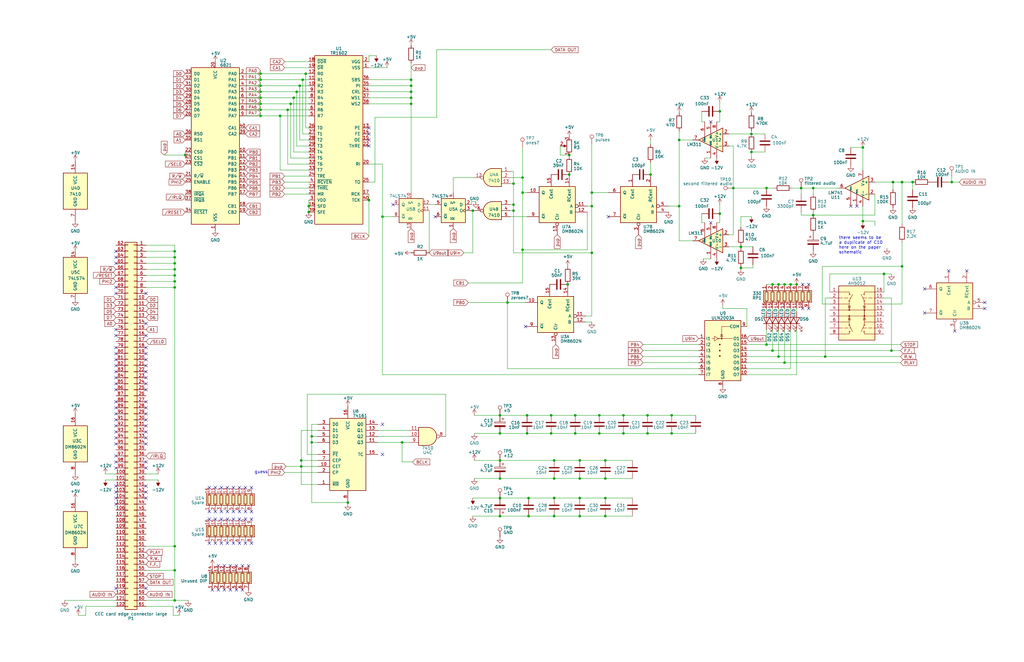
<source format=kicad_sch>
(kicad_sch (version 20230121) (generator eeschema)
  (paper "B")
  (junction (at 325.755 120.015))
  (junction (at 199.39 88.9))
  (junction (at 239.395 120.015))
  (junction (at 328.295 120.015))
  (junction (at 210.82 201.93))
  (junction (at 273.05 175.26))
  (junction (at 131.445 184.15))
  (junction (at 244.475 201.93))
  (junction (at 262.89 182.88))
  (junction (at 309.245 79.375))
  (junction (at 274.32 73.66))
  (junction (at 384.81 76.835))
  (junction (at 131.445 186.69))
  (junction (at 222.25 182.88))
  (junction (at 380.365 112.395))
  (junction (at 312.42 104.14))
  (junction (at 125.095 38.735))
  (junction (at 286.385 59.055))
  (junction (at 233.68 217.805))
  (junction (at 372.745 115.57))
  (junction (at 173.355 43.815))
  (junction (at 286.385 86.995))
  (junction (at 127 194.31))
  (junction (at 118.11 48.895))
  (junction (at 363.855 62.23))
  (junction (at 210.82 210.185))
  (junction (at 121.285 46.355))
  (junction (at 130.175 89.535))
  (junction (at 232.41 175.26))
  (junction (at 173.355 41.275))
  (junction (at 127.635 33.655))
  (junction (at 303.53 90.17))
  (junction (at 109.855 43.815))
  (junction (at 312.42 113.03))
  (junction (at 127 196.85))
  (junction (at 123.825 41.275))
  (junction (at 376.555 76.835))
  (junction (at 109.855 31.115))
  (junction (at 316.865 56.515))
  (junction (at 232.41 182.88))
  (junction (at 216.535 77.47))
  (junction (at 330.835 120.015))
  (junction (at 210.82 175.26))
  (junction (at 244.475 217.805))
  (junction (at 255.27 201.93))
  (junction (at 128.905 31.115))
  (junction (at 109.855 36.195))
  (junction (at 325.755 147.955))
  (junction (at 244.475 194.31))
  (junction (at 233.68 201.93))
  (junction (at 240.03 65.405))
  (junction (at 155.575 84.455))
  (junction (at 210.82 217.805))
  (junction (at 73.66 253.365))
  (junction (at 330.835 153.035))
  (junction (at 109.855 46.355))
  (junction (at 233.68 194.31))
  (junction (at 210.82 194.31))
  (junction (at 380.365 76.835))
  (junction (at 222.25 175.26))
  (junction (at 401.32 76.835))
  (junction (at 283.21 182.88))
  (junction (at 109.855 33.655))
  (junction (at 316.865 64.135))
  (junction (at 262.89 175.26))
  (junction (at 240.03 73.66))
  (junction (at 73.66 108.585))
  (junction (at 216.535 86.36))
  (junction (at 249.555 81.28))
  (junction (at 78.105 65.405))
  (junction (at 249.555 86.995))
  (junction (at 122.555 43.815))
  (junction (at 255.27 217.805))
  (junction (at 328.295 150.495))
  (junction (at 347.98 150.495))
  (junction (at 335.915 120.015))
  (junction (at 73.66 116.205))
  (junction (at 323.215 145.415))
  (junction (at 210.82 182.88))
  (junction (at 255.27 210.185))
  (junction (at 244.475 210.185))
  (junction (at 109.855 38.735))
  (junction (at 242.57 175.26))
  (junction (at 173.355 36.195))
  (junction (at 213.995 127.635))
  (junction (at 73.66 118.745))
  (junction (at 216.535 88.9))
  (junction (at 283.21 175.26))
  (junction (at 73.66 121.285))
  (junction (at 252.73 182.88))
  (junction (at 109.855 41.275))
  (junction (at 109.855 48.895))
  (junction (at 73.66 111.125))
  (junction (at 126.365 36.195))
  (junction (at 73.66 240.665))
  (junction (at 273.05 182.88))
  (junction (at 73.66 230.505))
  (junction (at 363.855 93.345))
  (junction (at 220.345 105.41))
  (junction (at 342.9 90.805))
  (junction (at 220.345 74.93))
  (junction (at 146.685 212.09))
  (junction (at 337.82 79.375))
  (junction (at 233.68 210.185))
  (junction (at 303.53 46.99))
  (junction (at 375.92 147.955))
  (junction (at 73.66 106.045))
  (junction (at 222.885 217.805))
  (junction (at 73.66 113.665))
  (junction (at 323.215 79.375))
  (junction (at 169.545 186.69))
  (junction (at 252.73 175.26))
  (junction (at 130.175 86.995))
  (junction (at 222.885 210.185))
  (junction (at 220.345 81.28))
  (junction (at 173.355 38.735))
  (junction (at 249.555 106.68))
  (junction (at 333.375 120.015))
  (junction (at 173.355 33.655))
  (junction (at 342.9 79.375))
  (junction (at 255.27 194.31))
  (junction (at 161.29 91.44))
  (junction (at 242.57 182.88))
  (no_connect (at 48.895 111.125))
  (no_connect (at 89.535 248.92))
  (no_connect (at 48.895 164.465))
  (no_connect (at 103.505 219.075))
  (no_connect (at 95.885 229.235))
  (no_connect (at 48.895 182.245))
  (no_connect (at 61.595 161.925))
  (no_connect (at 61.595 248.285))
  (no_connect (at 48.895 174.625))
  (no_connect (at 61.595 207.645))
  (no_connect (at 48.895 169.545))
  (no_connect (at 95.885 215.9))
  (no_connect (at 48.895 194.945))
  (no_connect (at 155.575 53.975))
  (no_connect (at 61.595 149.225))
  (no_connect (at 48.895 248.285))
  (no_connect (at 61.595 159.385))
  (no_connect (at 104.775 238.76))
  (no_connect (at 48.895 123.825))
  (no_connect (at 340.995 130.175))
  (no_connect (at 61.595 154.305))
  (no_connect (at 48.895 141.605))
  (no_connect (at 94.615 248.92))
  (no_connect (at 88.265 205.74))
  (no_connect (at 48.895 146.685))
  (no_connect (at 98.425 229.235))
  (no_connect (at 340.995 120.015))
  (no_connect (at 48.895 184.785))
  (no_connect (at 165.735 86.36))
  (no_connect (at 90.805 219.075))
  (no_connect (at 88.265 219.075))
  (no_connect (at 99.695 248.92))
  (no_connect (at 256.54 91.44))
  (no_connect (at 161.29 179.07))
  (no_connect (at 48.895 179.705))
  (no_connect (at 94.615 238.76))
  (no_connect (at 61.595 210.185))
  (no_connect (at 48.895 192.405))
  (no_connect (at 61.595 156.845))
  (no_connect (at 93.345 229.235))
  (no_connect (at 48.895 212.725))
  (no_connect (at 155.575 61.595))
  (no_connect (at 90.805 205.74))
  (no_connect (at 48.895 156.845))
  (no_connect (at 102.235 238.76))
  (no_connect (at 338.455 130.175))
  (no_connect (at 221.615 137.795))
  (no_connect (at 106.045 215.9))
  (no_connect (at 61.595 136.525))
  (no_connect (at 98.425 215.9))
  (no_connect (at 102.235 248.92))
  (no_connect (at 97.155 238.76))
  (no_connect (at 48.895 121.285))
  (no_connect (at 61.595 141.605))
  (no_connect (at 103.505 215.9))
  (no_connect (at 61.595 184.785))
  (no_connect (at 103.505 229.235))
  (no_connect (at 48.895 161.925))
  (no_connect (at 48.895 108.585))
  (no_connect (at 93.345 205.74))
  (no_connect (at 402.59 139.7))
  (no_connect (at 100.965 215.9))
  (no_connect (at 299.72 93.98))
  (no_connect (at 90.805 215.9))
  (no_connect (at 61.595 194.945))
  (no_connect (at 88.265 229.235))
  (no_connect (at 100.965 205.74))
  (no_connect (at 155.575 56.515))
  (no_connect (at 183.515 91.44))
  (no_connect (at 48.895 187.325))
  (no_connect (at 61.595 205.105))
  (no_connect (at 415.29 130.175))
  (no_connect (at 90.805 229.235))
  (no_connect (at 99.695 238.76))
  (no_connect (at 95.885 205.74))
  (no_connect (at 358.775 86.995))
  (no_connect (at 48.895 197.485))
  (no_connect (at 106.045 219.075))
  (no_connect (at 155.575 59.055))
  (no_connect (at 92.075 248.92))
  (no_connect (at 407.67 114.3))
  (no_connect (at 61.595 123.825))
  (no_connect (at 61.595 177.165))
  (no_connect (at 61.595 164.465))
  (no_connect (at 48.895 139.065))
  (no_connect (at 95.885 219.075))
  (no_connect (at 61.595 187.325))
  (no_connect (at 48.895 210.185))
  (no_connect (at 61.595 146.685))
  (no_connect (at 400.05 114.3))
  (no_connect (at 48.895 177.165))
  (no_connect (at 48.895 106.045))
  (no_connect (at 389.89 121.92))
  (no_connect (at 299.72 51.435))
  (no_connect (at 93.345 219.075))
  (no_connect (at 48.895 149.225))
  (no_connect (at 103.505 205.74))
  (no_connect (at 98.425 205.74))
  (no_connect (at 338.455 120.015))
  (no_connect (at 61.595 174.625))
  (no_connect (at 48.895 205.105))
  (no_connect (at 48.895 151.765))
  (no_connect (at 61.595 169.545))
  (no_connect (at 361.315 86.995))
  (no_connect (at 389.89 132.08))
  (no_connect (at 106.045 229.235))
  (no_connect (at 100.965 229.235))
  (no_connect (at 61.595 172.085))
  (no_connect (at 97.155 248.92))
  (no_connect (at 48.895 159.385))
  (no_connect (at 61.595 151.765))
  (no_connect (at 161.29 191.77))
  (no_connect (at 92.075 238.76))
  (no_connect (at 93.345 215.9))
  (no_connect (at 61.595 182.245))
  (no_connect (at 415.29 127.635))
  (no_connect (at 48.895 154.305))
  (no_connect (at 106.045 205.74))
  (no_connect (at 100.965 219.075))
  (no_connect (at 61.595 197.485))
  (no_connect (at 88.265 215.9))
  (no_connect (at 98.425 219.075))
  (no_connect (at 48.895 172.085))
  (no_connect (at 48.895 207.645))
  (no_connect (at 61.595 179.705))
  (wire (pts (xy 274.32 68.58) (xy 274.32 73.66)))
  (wire (pts (xy 307.34 99.06) (xy 309.245 99.06)))
  (wire (pts (xy 120.65 196.85) (xy 127 196.85)))
  (wire (pts (xy 184.15 20.955) (xy 232.41 20.955)))
  (wire (pts (xy 120.015 199.39) (xy 133.985 199.39)))
  (wire (pts (xy 330.835 139.065) (xy 330.835 153.035)))
  (wire (pts (xy 309.245 79.375) (xy 323.215 79.375)))
  (wire (pts (xy 297.18 93.98) (xy 295.91 93.98)))
  (wire (pts (xy 200.025 182.88) (xy 210.82 182.88)))
  (wire (pts (xy 233.68 210.185) (xy 244.475 210.185)))
  (wire (pts (xy 297.18 66.675) (xy 299.72 66.675)))
  (wire (pts (xy 347.98 150.495) (xy 379.73 150.495)))
  (wire (pts (xy 325.755 131.445) (xy 325.755 130.175)))
  (wire (pts (xy 303.53 86.36) (xy 303.53 90.17)))
  (wire (pts (xy 337.82 81.915) (xy 337.82 79.375)))
  (wire (pts (xy 380.365 76.835) (xy 384.81 76.835)))
  (wire (pts (xy 222.25 182.88) (xy 232.41 182.88)))
  (wire (pts (xy 127 181.61) (xy 133.985 181.61)))
  (wire (pts (xy 127 196.85) (xy 133.985 196.85)))
  (wire (pts (xy 222.885 210.185) (xy 233.68 210.185)))
  (wire (pts (xy 109.855 43.815) (xy 122.555 43.815)))
  (wire (pts (xy 123.825 41.275) (xy 130.175 41.275)))
  (wire (pts (xy 155.575 76.835) (xy 158.115 76.835)))
  (wire (pts (xy 73.66 230.505) (xy 73.66 240.665)))
  (wire (pts (xy 210.82 201.93) (xy 233.68 201.93)))
  (wire (pts (xy 249.555 135.89) (xy 247.015 135.89)))
  (wire (pts (xy 61.595 103.505) (xy 73.66 103.505)))
  (wire (pts (xy 73.66 253.365) (xy 79.375 253.365)))
  (wire (pts (xy 247.65 105.41) (xy 220.345 105.41)))
  (wire (pts (xy 61.595 108.585) (xy 73.66 108.585)))
  (wire (pts (xy 249.555 106.68) (xy 216.535 106.68)))
  (wire (pts (xy 236.22 65.405) (xy 236.22 61.595)))
  (wire (pts (xy 401.32 76.835) (xy 401.32 74.295)))
  (wire (pts (xy 242.57 175.26) (xy 252.73 175.26)))
  (wire (pts (xy 130.175 53.975) (xy 128.905 53.975)))
  (wire (pts (xy 127 194.31) (xy 133.985 194.31)))
  (wire (pts (xy 121.285 69.215) (xy 121.285 46.355)))
  (wire (pts (xy 281.94 86.995) (xy 286.385 86.995)))
  (wire (pts (xy 296.545 109.22) (xy 299.72 109.22)))
  (wire (pts (xy 127 196.85) (xy 127 194.31)))
  (wire (pts (xy 330.835 120.015) (xy 333.375 120.015)))
  (wire (pts (xy 73.66 106.045) (xy 61.595 106.045)))
  (wire (pts (xy 337.82 89.535) (xy 337.82 90.805)))
  (wire (pts (xy 342.9 79.375) (xy 353.695 79.375)))
  (wire (pts (xy 249.555 106.68) (xy 249.555 133.35)))
  (wire (pts (xy 78.105 81.915) (xy 78.105 84.455)))
  (wire (pts (xy 78.105 64.135) (xy 78.105 65.405)))
  (wire (pts (xy 180.975 106.68) (xy 180.975 88.9)))
  (wire (pts (xy 314.96 153.035) (xy 330.835 153.035)))
  (wire (pts (xy 216.535 86.36) (xy 216.535 88.9)))
  (wire (pts (xy 109.855 33.655) (xy 127.635 33.655)))
  (wire (pts (xy 283.21 182.88) (xy 293.37 182.88)))
  (wire (pts (xy 161.29 158.115) (xy 294.64 158.115)))
  (wire (pts (xy 323.215 131.445) (xy 323.215 130.175)))
  (wire (pts (xy 307.34 56.515) (xy 316.865 56.515)))
  (wire (pts (xy 61.595 200.025) (xy 66.675 200.025)))
  (wire (pts (xy 233.68 201.93) (xy 244.475 201.93)))
  (wire (pts (xy 273.05 182.88) (xy 283.21 182.88)))
  (wire (pts (xy 349.885 125.73) (xy 347.98 125.73)))
  (wire (pts (xy 335.915 139.065) (xy 335.915 158.115)))
  (wire (pts (xy 244.475 194.31) (xy 255.27 194.31)))
  (wire (pts (xy 126.365 59.055) (xy 126.365 36.195)))
  (wire (pts (xy 130.175 59.055) (xy 126.365 59.055)))
  (wire (pts (xy 118.11 71.755) (xy 118.11 48.895)))
  (wire (pts (xy 333.375 120.015) (xy 335.915 120.015)))
  (wire (pts (xy 376.555 76.835) (xy 380.365 76.835)))
  (wire (pts (xy 131.445 186.69) (xy 133.985 186.69)))
  (wire (pts (xy 155.575 23.495) (xy 155.575 26.035)))
  (wire (pts (xy 312.42 104.775) (xy 312.42 104.14)))
  (wire (pts (xy 309.245 61.595) (xy 309.245 79.375)))
  (wire (pts (xy 155.575 33.655) (xy 173.355 33.655)))
  (wire (pts (xy 363.855 62.23) (xy 358.775 62.23)))
  (wire (pts (xy 346.71 128.27) (xy 346.71 112.395)))
  (wire (pts (xy 120.015 74.295) (xy 130.175 74.295)))
  (wire (pts (xy 323.215 139.065) (xy 323.215 145.415)))
  (wire (pts (xy 155.575 36.195) (xy 173.355 36.195)))
  (wire (pts (xy 372.745 123.19) (xy 372.745 115.57)))
  (wire (pts (xy 158.75 23.495) (xy 155.575 23.495)))
  (wire (pts (xy 191.135 74.93) (xy 191.135 81.28)))
  (wire (pts (xy 103.505 38.735) (xy 109.855 38.735)))
  (wire (pts (xy 199.39 210.185) (xy 210.82 210.185)))
  (wire (pts (xy 131.445 212.09) (xy 146.685 212.09)))
  (wire (pts (xy 249.555 60.96) (xy 249.555 81.28)))
  (wire (pts (xy 380.365 128.27) (xy 372.745 128.27)))
  (wire (pts (xy 316.865 91.44) (xy 312.42 91.44)))
  (wire (pts (xy 121.285 46.355) (xy 130.175 46.355)))
  (wire (pts (xy 328.295 131.445) (xy 328.295 130.175)))
  (wire (pts (xy 172.72 184.15) (xy 159.385 184.15)))
  (wire (pts (xy 303.53 43.18) (xy 303.53 46.99)))
  (wire (pts (xy 322.58 64.135) (xy 316.865 64.135)))
  (wire (pts (xy 380.365 102.235) (xy 380.365 112.395)))
  (wire (pts (xy 197.485 119.38) (xy 220.345 119.38)))
  (wire (pts (xy 335.915 131.445) (xy 335.915 130.175)))
  (wire (pts (xy 129.54 166.37) (xy 129.54 191.77)))
  (wire (pts (xy 292.1 59.055) (xy 286.385 59.055)))
  (wire (pts (xy 118.11 48.895) (xy 130.175 48.895)))
  (wire (pts (xy 216.535 88.9) (xy 216.535 106.68)))
  (wire (pts (xy 213.995 155.575) (xy 294.64 155.575)))
  (wire (pts (xy 103.505 48.895) (xy 109.855 48.895)))
  (wire (pts (xy 312.42 113.03) (xy 317.5 113.03)))
  (wire (pts (xy 131.445 184.15) (xy 133.985 184.15)))
  (wire (pts (xy 73.025 255.905) (xy 61.595 255.905)))
  (wire (pts (xy 368.935 90.805) (xy 368.935 81.915)))
  (wire (pts (xy 61.595 240.665) (xy 73.66 240.665)))
  (wire (pts (xy 44.45 202.565) (xy 48.895 202.565)))
  (wire (pts (xy 233.68 194.31) (xy 244.475 194.31)))
  (wire (pts (xy 286.385 55.245) (xy 286.385 59.055)))
  (wire (pts (xy 133.985 179.07) (xy 131.445 179.07)))
  (wire (pts (xy 127 204.47) (xy 127 196.85)))
  (wire (pts (xy 249.555 133.35) (xy 247.015 133.35)))
  (wire (pts (xy 222.885 217.805) (xy 233.68 217.805)))
  (wire (pts (xy 44.45 200.025) (xy 48.895 200.025)))
  (wire (pts (xy 130.175 64.135) (xy 123.825 64.135)))
  (wire (pts (xy 173.99 194.945) (xy 169.545 194.945)))
  (wire (pts (xy 333.375 139.065) (xy 333.375 155.575)))
  (wire (pts (xy 130.175 69.215) (xy 121.285 69.215)))
  (wire (pts (xy 161.29 69.215) (xy 161.29 91.44)))
  (wire (pts (xy 172.72 186.69) (xy 169.545 186.69)))
  (wire (pts (xy 69.215 65.405) (xy 78.105 65.405)))
  (wire (pts (xy 61.595 230.505) (xy 73.66 230.505)))
  (wire (pts (xy 118.11 71.755) (xy 130.175 71.755)))
  (wire (pts (xy 244.475 210.185) (xy 255.27 210.185)))
  (wire (pts (xy 376.555 80.01) (xy 376.555 76.835)))
  (wire (pts (xy 255.27 210.185) (xy 266.7 210.185)))
  (wire (pts (xy 295.91 46.99) (xy 295.91 51.435)))
  (wire (pts (xy 126.365 36.195) (xy 130.175 36.195)))
  (wire (pts (xy 372.745 125.73) (xy 375.92 125.73)))
  (wire (pts (xy 349.885 115.57) (xy 372.745 115.57)))
  (wire (pts (xy 274.32 59.055) (xy 274.32 60.96)))
  (wire (pts (xy 128.905 31.115) (xy 130.175 31.115)))
  (wire (pts (xy 103.505 33.655) (xy 109.855 33.655)))
  (wire (pts (xy 73.66 121.285) (xy 73.66 118.745)))
  (wire (pts (xy 146.685 212.725) (xy 146.685 212.09)))
  (wire (pts (xy 127.635 33.655) (xy 130.175 33.655)))
  (wire (pts (xy 271.145 145.415) (xy 294.64 145.415)))
  (wire (pts (xy 109.855 31.115) (xy 128.905 31.115)))
  (wire (pts (xy 363.855 71.755) (xy 363.855 62.23)))
  (wire (pts (xy 363.855 86.995) (xy 363.855 93.345)))
  (wire (pts (xy 303.53 90.17) (xy 303.53 93.98)))
  (wire (pts (xy 314.96 150.495) (xy 328.295 150.495)))
  (wire (pts (xy 131.445 184.15) (xy 131.445 186.69)))
  (wire (pts (xy 61.595 118.745) (xy 73.66 118.745)))
  (wire (pts (xy 271.145 150.495) (xy 294.64 150.495)))
  (wire (pts (xy 103.505 36.195) (xy 109.855 36.195)))
  (wire (pts (xy 273.05 175.26) (xy 283.21 175.26)))
  (wire (pts (xy 375.92 147.955) (xy 379.73 147.955)))
  (wire (pts (xy 304.8 130.175) (xy 304.8 128.905)))
  (wire (pts (xy 173.355 36.195) (xy 173.355 38.735)))
  (wire (pts (xy 316.865 56.515) (xy 322.58 56.515)))
  (wire (pts (xy 128.905 53.975) (xy 128.905 31.115)))
  (wire (pts (xy 125.095 38.735) (xy 130.175 38.735)))
  (wire (pts (xy 384.81 80.01) (xy 384.81 76.835)))
  (wire (pts (xy 312.42 91.44) (xy 312.42 95.885)))
  (wire (pts (xy 103.505 41.275) (xy 109.855 41.275)))
  (wire (pts (xy 61.595 253.365) (xy 73.66 253.365)))
  (wire (pts (xy 380.365 112.395) (xy 380.365 128.27)))
  (wire (pts (xy 155.575 81.915) (xy 155.575 84.455)))
  (wire (pts (xy 109.855 37.465) (xy 109.855 38.735)))
  (wire (pts (xy 103.505 31.115) (xy 109.855 31.115)))
  (wire (pts (xy 216.535 88.9) (xy 215.265 88.9)))
  (wire (pts (xy 349.885 115.57) (xy 349.885 123.19)))
  (wire (pts (xy 330.835 153.035) (xy 379.73 153.035)))
  (wire (pts (xy 216.535 77.47) (xy 216.535 86.36)))
  (wire (pts (xy 61.595 116.205) (xy 73.66 116.205)))
  (wire (pts (xy 304.8 130.175) (xy 314.96 130.175)))
  (wire (pts (xy 129.54 166.37) (xy 187.96 166.37)))
  (wire (pts (xy 375.92 125.73) (xy 375.92 147.955)))
  (wire (pts (xy 372.745 115.57) (xy 375.92 115.57)))
  (wire (pts (xy 210.82 194.31) (xy 233.68 194.31)))
  (wire (pts (xy 199.39 88.9) (xy 200.025 88.9)))
  (wire (pts (xy 172.72 181.61) (xy 159.385 181.61)))
  (wire (pts (xy 247.65 86.995) (xy 249.555 86.995)))
  (wire (pts (xy 314.96 158.115) (xy 335.915 158.115)))
  (wire (pts (xy 200.025 74.93) (xy 191.135 74.93)))
  (wire (pts (xy 215.265 74.93) (xy 220.345 74.93)))
  (wire (pts (xy 222.25 175.26) (xy 232.41 175.26)))
  (wire (pts (xy 255.27 194.31) (xy 266.7 194.31)))
  (wire (pts (xy 240.03 65.405) (xy 240.03 66.04)))
  (wire (pts (xy 75.565 259.715) (xy 73.025 259.715)))
  (wire (pts (xy 349.885 128.27) (xy 346.71 128.27)))
  (wire (pts (xy 133.985 204.47) (xy 127 204.47)))
  (wire (pts (xy 73.66 240.665) (xy 73.66 253.365)))
  (wire (pts (xy 303.53 46.99) (xy 303.53 51.435)))
  (wire (pts (xy 73.66 116.205) (xy 73.66 113.665)))
  (wire (pts (xy 404.495 76.835) (xy 401.32 76.835)))
  (wire (pts (xy 109.855 46.355) (xy 121.285 46.355)))
  (wire (pts (xy 252.73 175.26) (xy 262.89 175.26)))
  (wire (pts (xy 163.195 28.575) (xy 155.575 28.575)))
  (wire (pts (xy 109.855 45.085) (xy 109.855 46.355)))
  (wire (pts (xy 328.295 139.065) (xy 328.295 150.495)))
  (wire (pts (xy 131.445 179.07) (xy 131.445 184.15)))
  (wire (pts (xy 286.385 101.6) (xy 292.1 101.6)))
  (wire (pts (xy 220.345 62.23) (xy 220.345 74.93)))
  (wire (pts (xy 337.82 90.805) (xy 342.9 90.805)))
  (wire (pts (xy 220.345 81.28) (xy 220.345 105.41)))
  (wire (pts (xy 73.66 113.665) (xy 61.595 113.665)))
  (wire (pts (xy 325.755 139.065) (xy 325.755 147.955)))
  (wire (pts (xy 120.015 81.915) (xy 130.175 81.915)))
  (wire (pts (xy 380.365 94.615) (xy 380.365 76.835)))
  (wire (pts (xy 129.54 191.77) (xy 133.985 191.77)))
  (wire (pts (xy 215.265 91.44) (xy 222.25 91.44)))
  (wire (pts (xy 120.015 26.035) (xy 130.175 26.035)))
  (wire (pts (xy 210.82 217.805) (xy 222.885 217.805)))
  (wire (pts (xy 109.855 38.735) (xy 125.095 38.735)))
  (wire (pts (xy 295.91 90.17) (xy 295.91 93.98)))
  (wire (pts (xy 173.355 41.275) (xy 173.355 43.815)))
  (wire (pts (xy 103.505 46.355) (xy 109.855 46.355)))
  (wire (pts (xy 210.82 210.185) (xy 222.885 210.185)))
  (wire (pts (xy 199.39 217.805) (xy 210.82 217.805)))
  (wire (pts (xy 334.01 79.375) (xy 337.82 79.375)))
  (wire (pts (xy 109.855 42.545) (xy 109.855 43.815)))
  (wire (pts (xy 130.175 61.595) (xy 125.095 61.595)))
  (wire (pts (xy 216.535 86.36) (xy 215.265 86.36)))
  (wire (pts (xy 247.65 89.535) (xy 247.65 105.41)))
  (wire (pts (xy 220.345 105.41) (xy 220.345 119.38)))
  (wire (pts (xy 317.5 113.03) (xy 317.5 111.76)))
  (wire (pts (xy 220.345 81.28) (xy 222.25 81.28)))
  (wire (pts (xy 173.355 38.735) (xy 173.355 41.275)))
  (wire (pts (xy 73.66 113.665) (xy 73.66 111.125)))
  (wire (pts (xy 233.68 217.805) (xy 244.475 217.805)))
  (wire (pts (xy 368.935 95.25) (xy 368.935 93.345)))
  (wire (pts (xy 120.015 76.835) (xy 130.175 76.835)))
  (wire (pts (xy 27.305 253.365) (xy 48.895 253.365)))
  (wire (pts (xy 213.995 127.635) (xy 213.995 155.575)))
  (wire (pts (xy 297.18 51.435) (xy 295.91 51.435)))
  (wire (pts (xy 256.54 81.28) (xy 249.555 81.28)))
  (wire (pts (xy 155.575 84.455) (xy 155.575 99.695)))
  (wire (pts (xy 198.755 86.36) (xy 198.755 85.09)))
  (wire (pts (xy 368.935 93.345) (xy 363.855 93.345)))
  (wire (pts (xy 249.555 81.28) (xy 249.555 86.995)))
  (wire (pts (xy 197.485 127.635) (xy 213.995 127.635)))
  (wire (pts (xy 255.27 217.805) (xy 266.7 217.805)))
  (wire (pts (xy 325.755 120.015) (xy 328.295 120.015)))
  (wire (pts (xy 302.26 93.98) (xy 303.53 93.98)))
  (wire (pts (xy 346.71 112.395) (xy 380.365 112.395)))
  (wire (pts (xy 302.26 51.435) (xy 303.53 51.435)))
  (wire (pts (xy 198.755 85.09) (xy 200.66 85.09)))
  (wire (pts (xy 199.39 88.9) (xy 199.39 106.68)))
  (wire (pts (xy 130.175 84.455) (xy 130.175 86.995)))
  (wire (pts (xy 240.03 65.405) (xy 236.22 65.405)))
  (wire (pts (xy 199.39 106.68) (xy 195.58 106.68)))
  (wire (pts (xy 337.82 79.375) (xy 342.9 79.375)))
  (wire (pts (xy 309.245 79.375) (xy 309.245 99.06)))
  (wire (pts (xy 271.145 147.955) (xy 294.64 147.955)))
  (wire (pts (xy 158.115 76.835) (xy 158.115 49.53)))
  (wire (pts (xy 323.215 145.415) (xy 379.73 145.415)))
  (wire (pts (xy 368.935 76.835) (xy 376.555 76.835)))
  (wire (pts (xy 158.115 49.53) (xy 184.15 49.53)))
  (wire (pts (xy 342.9 90.805) (xy 368.935 90.805)))
  (wire (pts (xy 73.66 108.585) (xy 73.66 106.045)))
  (wire (pts (xy 120.015 79.375) (xy 130.175 79.375)))
  (wire (pts (xy 323.215 79.375) (xy 326.39 79.375)))
  (wire (pts (xy 161.29 91.44) (xy 161.29 158.115)))
  (wire (pts (xy 155.575 43.815) (xy 173.355 43.815)))
  (wire (pts (xy 312.42 104.14) (xy 317.5 104.14)))
  (wire (pts (xy 216.535 77.47) (xy 215.265 77.47)))
  (wire (pts (xy 36.195 255.905) (xy 48.895 255.905)))
  (wire (pts (xy 109.855 36.195) (xy 126.365 36.195)))
  (wire (pts (xy 122.555 43.815) (xy 130.175 43.815)))
  (wire (pts (xy 173.355 43.815) (xy 173.355 81.28)))
  (wire (pts (xy 242.57 182.88) (xy 252.73 182.88)))
  (wire (pts (xy 61.595 121.285) (xy 73.66 121.285)))
  (wire (pts (xy 333.375 131.445) (xy 333.375 130.175)))
  (wire (pts (xy 184.15 49.53) (xy 184.15 20.955)))
  (wire (pts (xy 155.575 69.215) (xy 161.29 69.215)))
  (wire (pts (xy 36.195 259.715) (xy 36.195 255.905)))
  (wire (pts (xy 210.82 182.88) (xy 222.25 182.88)))
  (wire (pts (xy 314.96 155.575) (xy 333.375 155.575)))
  (wire (pts (xy 325.755 147.955) (xy 375.92 147.955)))
  (wire (pts (xy 198.755 88.9) (xy 199.39 88.9)))
  (wire (pts (xy 309.245 61.595) (xy 307.34 61.595)))
  (wire (pts (xy 131.445 186.69) (xy 131.445 212.09)))
  (wire (pts (xy 122.555 66.675) (xy 130.175 66.675)))
  (wire (pts (xy 312.42 113.665) (xy 312.42 113.03)))
  (wire (pts (xy 109.855 29.845) (xy 109.855 31.115)))
  (wire (pts (xy 314.96 130.175) (xy 314.96 137.795)))
  (wire (pts (xy 342.9 89.535) (xy 342.9 90.805)))
  (wire (pts (xy 330.835 131.445) (xy 330.835 130.175)))
  (wire (pts (xy 31.75 236.22) (xy 31.75 236.855)))
  (wire (pts (xy 271.145 153.035) (xy 294.64 153.035)))
  (wire (pts (xy 347.98 125.73) (xy 347.98 150.495)))
  (wire (pts (xy 127.635 56.515) (xy 127.635 33.655)))
  (wire (pts (xy 213.995 127.635) (xy 221.615 127.635)))
  (wire (pts (xy 328.295 120.015) (xy 330.835 120.015)))
  (wire (pts (xy 262.89 175.26) (xy 273.05 175.26)))
  (wire (pts (xy 200.025 201.93) (xy 210.82 201.93)))
  (wire (pts (xy 262.89 182.88) (xy 273.05 182.88)))
  (wire (pts (xy 103.505 43.815) (xy 109.855 43.815)))
  (wire (pts (xy 123.825 64.135) (xy 123.825 41.275)))
  (wire (pts (xy 328.295 150.495) (xy 347.98 150.495)))
  (wire (pts (xy 109.855 41.275) (xy 123.825 41.275)))
  (wire (pts (xy 252.73 182.88) (xy 262.89 182.88)))
  (wire (pts (xy 125.095 61.595) (xy 125.095 38.735)))
  (wire (pts (xy 314.96 147.955) (xy 325.755 147.955)))
  (wire (pts (xy 109.855 34.925) (xy 109.855 36.195)))
  (wire (pts (xy 200.025 194.31) (xy 210.82 194.31)))
  (wire (pts (xy 220.345 74.93) (xy 220.345 81.28)))
  (wire (pts (xy 78.105 65.405) (xy 78.105 66.675)))
  (wire (pts (xy 363.855 93.345) (xy 363.855 93.98)))
  (wire (pts (xy 73.66 106.045) (xy 73.66 103.505)))
  (wire (pts (xy 249.555 86.995) (xy 249.555 106.68)))
  (wire (pts (xy 155.575 41.275) (xy 173.355 41.275)))
  (wire (pts (xy 244.475 201.93) (xy 255.27 201.93)))
  (wire (pts (xy 314.96 145.415) (xy 323.215 145.415)))
  (wire (pts (xy 127 194.31) (xy 127 181.61)))
  (wire (pts (xy 216.535 72.39) (xy 215.265 72.39)))
  (wire (pts (xy 180.975 86.36) (xy 183.515 86.36)))
  (wire (pts (xy 73.66 111.125) (xy 61.595 111.125)))
  (wire (pts (xy 73.66 121.285) (xy 73.66 230.505)))
  (wire (pts (xy 122.555 66.675) (xy 122.555 43.815)))
  (wire (pts (xy 216.535 77.47) (xy 216.535 72.39)))
  (wire (pts (xy 232.41 182.88) (xy 242.57 182.88)))
  (wire (pts (xy 286.385 59.055) (xy 286.385 86.995)))
  (wire (pts (xy 120.015 28.575) (xy 130.175 28.575)))
  (wire (pts (xy 316.865 64.135) (xy 316.865 66.04)))
  (wire (pts (xy 316.865 55.245) (xy 316.865 56.515)))
  (wire (pts (xy 244.475 217.805) (xy 255.27 217.805)))
  (wire (pts (xy 165.735 91.44) (xy 161.29 91.44)))
  (wire (pts (xy 73.66 111.125) (xy 73.66 108.585)))
  (wire (pts (xy 73.66 118.745) (xy 73.66 116.205)))
  (wire (pts (xy 61.595 202.565) (xy 66.675 202.565)))
  (wire (pts (xy 155.575 38.735) (xy 173.355 38.735)))
  (wire (pts (xy 255.27 201.93) (xy 266.7 201.93)))
  (wire (pts (xy 169.545 194.945) (xy 169.545 186.69)))
  (wire (pts (xy 286.385 86.995) (xy 286.385 101.6)))
  (wire (pts (xy 200.025 175.26) (xy 210.82 175.26)))
  (wire (pts (xy 109.855 47.625) (xy 109.855 48.895)))
  (wire (pts (xy 232.41 175.26) (xy 242.57 175.26)))
  (wire (pts (xy 36.195 259.715) (xy 33.02 259.715)))
  (wire (pts (xy 312.42 113.03) (xy 312.42 112.395)))
  (wire (pts (xy 323.215 120.015) (xy 325.755 120.015)))
  (wire (pts (xy 109.855 48.895) (xy 118.11 48.895)))
  (wire (pts (xy 283.21 175.26) (xy 293.37 175.26)))
  (wire (pts (xy 312.42 104.14) (xy 312.42 103.505)))
  (wire (pts (xy 307.34 104.14) (xy 312.42 104.14)))
  (wire (pts (xy 342.9 81.915) (xy 342.9 79.375)))
  (wire (pts (xy 73.025 259.715) (xy 73.025 255.905)))
  (wire (pts (xy 109.855 40.005) (xy 109.855 41.275)))
  (wire (pts (xy 400.05 76.835) (xy 401.32 76.835)))
  (wire (pts (xy 169.545 186.69) (xy 159.385 186.69)))
  (wire (pts (xy 173.355 33.655) (xy 173.355 36.195)))
  (wire (pts (xy 173.355 26.67) (xy 173.355 33.655)))
  (wire (pts (xy 210.82 175.26) (xy 222.25 175.26)))
  (wire (pts (xy 187.96 184.15) (xy 187.96 166.37)))
  (wire (pts (xy 130.175 86.995) (xy 130.175 89.535)))
  (wire (pts (xy 130.175 56.515) (xy 127.635 56.515)))
  (wire (pts (xy 109.855 32.385) (xy 109.855 33.655)))
  (text "there seems to be\na duplicate of C10\nhere on the paper\nschematic" (at 353.695 107.315 0) (effects (font (size 1.27 1.27)) (justify left bottom)))
  (text "guess" (at 107.315 200.025 0) (effects (font (size 1.27 1.27)) (justify left bottom)))
  (global_label "{slash}RESET" (shape input) (at 78.105 89.535 180) (property "Intersheetrefs" "${INTERSHEET_REFS}" (effects hide)))
  (global_label "D7" (shape input) (at 48.895 133.985 180) (property "Intersheetrefs" "${INTERSHEET_REFS}" (effects hide)))
  (global_label "PB6" (shape input) (at 271.145 150.495 180) (property "Intersheetrefs" "${INTERSHEET_REFS}" (effects hide)))
  (global_label "DATA OUT" (shape input) (at 61.595 245.745 0) (property "Intersheetrefs" "${INTERSHEET_REFS}" (effects hide)))
  (global_label "R{slash}~{W}" (shape input) (at 78.105 74.295 180) (property "Intersheetrefs" "${INTERSHEET_REFS}" (effects hide)))
  (global_label "PB0" (shape input) (at 103.505 64.135 0) (property "Intersheetrefs" "${INTERSHEET_REFS}" (effects hide)))
  (global_label "D6" (shape input) (at 78.105 46.355 180) (property "Intersheetrefs" "${INTERSHEET_REFS}" (effects hide)))
  (global_label "PA0" (shape input) (at 109.855 29.845 180) (property "Intersheetrefs" "${INTERSHEET_REFS}" (effects hide)))
  (global_label "PB4" (shape input) (at 103.505 74.295 0) (property "Intersheetrefs" "${INTERSHEET_REFS}" (effects hide)))
  (global_label "BCLK" (shape input) (at 173.99 194.945 0) (property "Intersheetrefs" "${INTERSHEET_REFS}" (effects hide)))
  (global_label "D4" (shape input) (at 78.105 41.275 180) (property "Intersheetrefs" "${INTERSHEET_REFS}" (effects hide)))
  (global_label "PA4" (shape input) (at 109.855 40.005 180) (property "Intersheetrefs" "${INTERSHEET_REFS}" (effects hide)))
  (global_label "D2" (shape input) (at 78.105 36.195 180) (property "Intersheetrefs" "${INTERSHEET_REFS}" (effects hide)))
  (global_label "PB1" (shape input) (at 103.505 66.675 0) (property "Intersheetrefs" "${INTERSHEET_REFS}" (effects hide)))
  (global_label "CB2" (shape input) (at 103.505 89.535 0) (property "Intersheetrefs" "${INTERSHEET_REFS}" (effects hide)))
  (global_label "F.F." (shape input) (at 379.73 147.955 0) (property "Intersheetrefs" "${INTERSHEET_REFS}" (effects hide)))
  (global_label "pup" (shape input) (at 173.355 28.575 0) (property "Intersheetrefs" "${INTERSHEET_REFS}" (effects hide)))
  (global_label "PA1" (shape input) (at 109.855 32.385 180) (property "Intersheetrefs" "${INTERSHEET_REFS}" (effects hide)))
  (global_label "D3" (shape input) (at 48.895 128.905 180) (property "Intersheetrefs" "${INTERSHEET_REFS}" (effects hide)))
  (global_label "pup" (shape input) (at 234.95 99.06 270) (property "Intersheetrefs" "${INTERSHEET_REFS}" (effects hide)))
  (global_label "PB0" (shape input) (at 197.485 127.635 180) (property "Intersheetrefs" "${INTERSHEET_REFS}" (effects hide)))
  (global_label "PB7" (shape input) (at 103.505 81.915 0) (property "Intersheetrefs" "${INTERSHEET_REFS}" (effects hide)))
  (global_label "{slash}IRLQ" (shape input) (at 61.595 192.405 0) (property "Intersheetrefs" "${INTERSHEET_REFS}" (effects hide)))
  (global_label "PB2" (shape input) (at 120.015 81.915 180) (property "Intersheetrefs" "${INTERSHEET_REFS}" (effects hide)))
  (global_label "R.W." (shape input) (at 379.73 150.495 0) (property "Intersheetrefs" "${INTERSHEET_REFS}" (effects hide)))
  (global_label "PA5" (shape input) (at 109.855 42.545 180) (property "Intersheetrefs" "${INTERSHEET_REFS}" (effects hide)))
  (global_label "pup" (shape input) (at 191.135 96.52 270) (property "Intersheetrefs" "${INTERSHEET_REFS}" (effects hide)))
  (global_label "D6" (shape input) (at 61.595 133.985 0) (property "Intersheetrefs" "${INTERSHEET_REFS}" (effects hide)))
  (global_label "D0" (shape input) (at 78.105 31.115 180) (property "Intersheetrefs" "${INTERSHEET_REFS}" (effects hide)))
  (global_label "U9out" (shape input) (at 180.975 106.68 0) (property "Intersheetrefs" "${INTERSHEET_REFS}" (effects hide)))
  (global_label "PA7" (shape input) (at 109.855 47.625 180) (property "Intersheetrefs" "${INTERSHEET_REFS}" (effects hide)))
  (global_label "CA2" (shape input) (at 103.505 56.515 0) (property "Intersheetrefs" "${INTERSHEET_REFS}" (effects hide)))
  (global_label "PLAY" (shape input) (at 379.73 153.035 0) (property "Intersheetrefs" "${INTERSHEET_REFS}" (effects hide)))
  (global_label "A0" (shape input) (at 78.105 56.515 180) (property "Intersheetrefs" "${INTERSHEET_REFS}" (effects hide)))
  (global_label "PHI2" (shape input) (at 48.895 118.745 180) (property "Intersheetrefs" "${INTERSHEET_REFS}" (effects hide)))
  (global_label "STOP" (shape input) (at 61.595 243.205 0) (property "Intersheetrefs" "${INTERSHEET_REFS}" (effects hide)))
  (global_label "pup" (shape input) (at 120.65 196.85 180) (property "Intersheetrefs" "${INTERSHEET_REFS}" (effects hide)))
  (global_label "AUDIO IN" (shape input) (at 61.595 250.825 0) (property "Intersheetrefs" "${INTERSHEET_REFS}" (effects hide)))
  (global_label "pup" (shape input) (at 269.24 99.06 270) (property "Intersheetrefs" "${INTERSHEET_REFS}" (effects hide)))
  (global_label "PHI2" (shape input) (at 78.105 76.835 180) (property "Intersheetrefs" "${INTERSHEET_REFS}" (effects hide)))
  (global_label "{slash}RESET" (shape input) (at 48.895 116.205 180) (property "Intersheetrefs" "${INTERSHEET_REFS}" (effects hide)))
  (global_label "PB5" (shape input) (at 271.145 147.955 180) (property "Intersheetrefs" "${INTERSHEET_REFS}" (effects hide)))
  (global_label "R.W." (shape input) (at 61.595 235.585 0) (property "Intersheetrefs" "${INTERSHEET_REFS}" (effects hide)))
  (global_label "PB6" (shape input) (at 103.505 79.375 0) (property "Intersheetrefs" "${INTERSHEET_REFS}" (effects hide)))
  (global_label "PHI2" (shape input) (at 120.015 199.39 180) (property "Intersheetrefs" "${INTERSHEET_REFS}" (effects hide)))
  (global_label "U9in" (shape input) (at 195.58 106.68 180) (property "Intersheetrefs" "${INTERSHEET_REFS}" (effects hide)))
  (global_label "CB1" (shape input) (at 197.485 119.38 180) (property "Intersheetrefs" "${INTERSHEET_REFS}" (effects hide)))
  (global_label "R{slash}~{W}" (shape input) (at 48.895 113.665 180) (property "Intersheetrefs" "${INTERSHEET_REFS}" (effects hide)))
  (global_label "D1" (shape input) (at 78.105 33.655 180) (property "Intersheetrefs" "${INTERSHEET_REFS}" (effects hide)))
  (global_label "PB2" (shape input) (at 103.505 69.215 0) (property "Intersheetrefs" "${INTERSHEET_REFS}" (effects hide)))
  (global_label "PB1" (shape input) (at 120.015 74.295 180) (property "Intersheetrefs" "${INTERSHEET_REFS}" (effects hide)))
  (global_label "D0" (shape input) (at 61.595 126.365 0) (property "Intersheetrefs" "${INTERSHEET_REFS}" (effects hide)))
  (global_label "PB3" (shape input) (at 120.015 76.835 180) (property "Intersheetrefs" "${INTERSHEET_REFS}" (effects hide)))
  (global_label "BCLK" (shape input) (at 155.575 99.695 180) (property "Intersheetrefs" "${INTERSHEET_REFS}" (effects hide)))
  (global_label "PLAY" (shape input) (at 61.595 233.045 0) (property "Intersheetrefs" "${INTERSHEET_REFS}" (effects hide)))
  (global_label "U9out" (shape input) (at 314.96 142.875 0) (property "Intersheetrefs" "${INTERSHEET_REFS}" (effects hide)))
  (global_label "AUDIO IN" (shape input) (at 404.495 76.835 0) (property "Intersheetrefs" "${INTERSHEET_REFS}" (effects hide)))
  (global_label "PB3" (shape input) (at 103.505 71.755 0) (property "Intersheetrefs" "${INTERSHEET_REFS}" (effects hide)))
  (global_label "PA6" (shape input) (at 109.855 45.085 180) (property "Intersheetrefs" "${INTERSHEET_REFS}" (effects hide)))
  (global_label "PA3" (shape input) (at 109.855 37.465 180) (property "Intersheetrefs" "${INTERSHEET_REFS}" (effects hide)))
  (global_label "D2" (shape input) (at 61.595 128.905 0) (property "Intersheetrefs" "${INTERSHEET_REFS}" (effects hide)))
  (global_label "pup" (shape input) (at 234.315 145.415 270) (property "Intersheetrefs" "${INTERSHEET_REFS}" (effects hide)))
  (global_label "PB4" (shape input) (at 271.145 145.415 180) (property "Intersheetrefs" "${INTERSHEET_REFS}" (effects hide)))
  (global_label "D7" (shape input) (at 78.105 48.895 180) (property "Intersheetrefs" "${INTERSHEET_REFS}" (effects hide)))
  (global_label "D5" (shape input) (at 48.895 131.445 180) (property "Intersheetrefs" "${INTERSHEET_REFS}" (effects hide)))
  (global_label "pup" (shape input) (at 69.215 65.405 90) (property "Intersheetrefs" "${INTERSHEET_REFS}" (effects hide)))
  (global_label "D4" (shape input) (at 61.595 131.445 0) (property "Intersheetrefs" "${INTERSHEET_REFS}" (effects hide)))
  (global_label "D1" (shape input) (at 48.895 126.365 180) (property "Intersheetrefs" "${INTERSHEET_REFS}" (effects hide)))
  (global_label "A1" (shape input) (at 78.105 59.055 180) (property "Intersheetrefs" "${INTERSHEET_REFS}" (effects hide)))
  (global_label "D3" (shape input) (at 78.105 38.735 180) (property "Intersheetrefs" "${INTERSHEET_REFS}" (effects hide)))
  (global_label "D5" (shape input) (at 78.105 43.815 180) (property "Intersheetrefs" "${INTERSHEET_REFS}" (effects hide)))
  (global_label "PB7" (shape input) (at 271.145 153.035 180) (property "Intersheetrefs" "${INTERSHEET_REFS}" (effects hide)))
  (global_label "CA2" (shape input) (at 120.015 26.035 180) (property "Intersheetrefs" "${INTERSHEET_REFS}" (effects hide)))
  (global_label "AUDIO IN" (shape input) (at 48.895 250.825 180) (property "Intersheetrefs" "${INTERSHEET_REFS}" (effects hide)))
  (global_label "PA2" (shape input) (at 109.855 34.925 180) (property "Intersheetrefs" "${INTERSHEET_REFS}" (effects hide)))
  (global_label "CA1" (shape input) (at 103.505 53.975 0) (property "Intersheetrefs" "${INTERSHEET_REFS}" (effects hide)))
  (global_label "pup" (shape input) (at 173.355 96.52 270) (property "Intersheetrefs" "${INTERSHEET_REFS}" (effects hide)))
  (global_label "CA1" (shape input) (at 120.015 28.575 180) (property "Intersheetrefs" "${INTERSHEET_REFS}" (effects hide)))
  (global_label "U9in" (shape input) (at 294.64 142.875 180) (property "Intersheetrefs" "${INTERSHEET_REFS}" (effects hide)))
  (global_label "A1" (shape input) (at 61.595 139.065 0) (property "Intersheetrefs" "${INTERSHEET_REFS}" (effects hide)))
  (global_label "{slash}SEL0" (shape input) (at 61.595 144.145 0) (property "Intersheetrefs" "${INTERSHEET_REFS}" (effects hide)))
  (global_label "F.F." (shape input) (at 61.595 238.125 0) (property "Intersheetrefs" "${INTERSHEET_REFS}" (effects hide)))
  (global_label "DATA OUT" (shape input) (at 232.41 20.955 0) (property "Intersheetrefs" "${INTERSHEET_REFS}" (effects hide)))
  (global_label "A0" (shape input) (at 48.895 136.525 180) (property "Intersheetrefs" "${INTERSHEET_REFS}" (effects hide)))
  (global_label "CB2" (shape input) (at 120.015 79.375 180) (property "Intersheetrefs" "${INTERSHEET_REFS}" (effects hide)))
  (global_label "{slash}SEL0" (shape input) (at 78.105 69.215 180) (property "Intersheetrefs" "${INTERSHEET_REFS}" (effects hide)))
  (global_label "STOP" (shape input) (at 379.73 145.415 0) (property "Intersheetrefs" "${INTERSHEET_REFS}" (effects hide)))
  (global_label "PB5" (shape input) (at 103.505 76.835 0) (property "Intersheetrefs" "${INTERSHEET_REFS}" (effects hide)))
  (global_label "CB1" (shape input) (at 103.505 86.995 0) (property "Intersheetrefs" "${INTERSHEET_REFS}" (effects hide)))
  (global_label "{slash}IRLQ" (shape input) (at 78.105 83.185 180) (property "Intersheetrefs" "${INTERSHEET_REFS}" (effects hide)))
  (symbol (lib_id "Device:R") (at 330.2 79.375 270) (mirror x) (unit 1)
    (property "Reference" "R12" (at 330.2 75.3491 90))
    (property "Value" "10K" (at 330.2 77.2701 90))
    (property "Footprint" "Resistor_THT:R_Axial_DIN0309_L9.0mm_D3.2mm_P12.70mm_Horizontal" (effects hide))
  )
  (symbol (lib_id "Device:C") (at 255.27 213.995 0) (mirror y) (unit 1)
    (property "Reference" "C30" (at 252.349 213.3513 0) (effects (justify left)))
    (property "Value" "10nF" (at 252.349 215.2723 0) (effects (justify left)))
    (property "Footprint" "Capacitor_THT:C_Rect_L7.2mm_W2.5mm_P5.00mm_FKS2_FKP2_MKS2_MKP2" (effects hide))
  )
  (symbol (lib_id "Transistor_Array:ULN2003A") (at 304.8 147.955 0) (unit 1)
    (property "Reference" "U9" (at 304.8 132.2451 0))
    (property "Value" "ULN2003A" (at 304.8 134.1661 0))
    (property "Footprint" "Package_DIP:DIP-16_W7.62mm" (effects hide))
    (property "Datasheet" "http://www.ti.com/lit/ds/symlink/uln2003a.pdf" (effects hide))
  )
  (symbol (lib_id "Evan's parts:DM8602N") (at 234.315 132.715 0) (unit 1)
    (property "Reference" "U3" (at 236.2709 142.0575 0) (effects (justify left)))
    (property "Value" "DM8602N" (at 236.2709 143.9785 0) (effects (justify left)))
    (property "Footprint" "Package_DIP:DIP-16_W7.62mm" (effects hide))
  )
  (symbol (lib_id "Device:C") (at 262.89 179.07 0) (mirror y) (unit 1)
    (property "Reference" "C20" (at 259.969 178.4263 0) (effects (justify left)))
    (property "Value" "10nF" (at 259.969 180.3473 0) (effects (justify left)))
    (property "Footprint" "Capacitor_THT:C_Rect_L7.2mm_W2.5mm_P5.00mm_FKS2_FKP2_MKS2_MKP2" (effects hide))
  )
  (symbol (lib_id "Device:LED") (at 335.915 135.255 90) (unit 1)
    (property "Reference" "DS6" (at 337.185 134.62 90) (effects (justify right)))
    (property "Value" "LED" (at 334.645 130.175 0) (effects (justify right)))
    (property "Footprint" "LED_THT:LED_D5.0mm_Horizontal_O3.81mm_Z15.0mm" (effects hide))
  )
  (symbol (lib_id "Device:C") (at 266.7 198.12 0) (mirror y) (unit 1)
    (property "Reference" "C27" (at 263.779 197.4763 0) (effects (justify left)))
    (property "Value" "10nF" (at 263.779 199.3973 0) (effects (justify left)))
    (property "Footprint" "Capacitor_THT:C_Rect_L7.2mm_W2.5mm_P5.00mm_FKS2_FKP2_MKS2_MKP2" (effects hide))
  )
  (symbol (lib_id "Comparator:LM311") (at 299.72 101.6 0) (mirror y) (unit 1)
    (property "Reference" "U10" (at 302.26 101.6 0))
    (property "Value" "LM311" (at 293.37 98.425 0))
    (property "Footprint" "Package_DIP:DIP-8_W7.62mm" (effects hide))
    (property "Datasheet" "https://www.st.com/resource/en/datasheet/lm311.pdf" (effects hide))
  )
  (symbol (lib_id "Device:C") (at 317.5 107.95 0) (unit 1)
    (property "Reference" "C6" (at 320.04 105.41 0) (effects (justify left)))
    (property "Value" "100nF" (at 320.675 107.95 0) (effects (justify left)))
    (property "Footprint" "Capacitor_THT:C_Rect_L7.2mm_W2.5mm_P5.00mm_FKS2_FKP2_MKS2_MKP2" (effects hide))
  )
  (symbol (lib_id "power:GND") (at 200.66 85.09 0) (unit 1)
    (property "Reference" "#PWR056" (effects hide))
    (property "Value" "GND" (at 200.025 83.82 0))
  )
  (symbol (lib_id "power:-12V") (at 302.26 66.675 180) (unit 1)
    (property "Reference" "#PWR033" (effects hide))
    (property "Value" "-12V" (at 302.26 70.8105 0))
  )
  (symbol (lib_id "Connector:TestPoint") (at 220.345 62.23 0) (unit 1)
    (property "Reference" "TP7" (at 221.742 58.2843 0) (effects (justify left)))
    (property "Value" "ones?" (at 221.742 60.2053 0) (effects (justify left)))
    (property "Footprint" "TestPoint:TestPoint_Plated_Hole_D3.0mm" (effects hide))
  )
  (symbol (lib_id "Device:C") (at 384.81 83.82 0) (mirror x) (unit 1)
    (property "Reference" "C11" (at 389.255 81.915 0))
    (property "Value" "100pF" (at 389.89 85.725 0))
    (property "Footprint" "Capacitor_THT:C_Rect_L7.0mm_W2.5mm_P5.00mm" (effects hide))
  )
  (symbol (lib_id "power:+5V") (at 31.75 210.82 0) (unit 1)
    (property "Reference" "#PWR050" (effects hide))
    (property "Value" "+5V" (at 31.75 207.3181 0))
  )
  (symbol (lib_id "Device:R") (at 274.32 64.77 0) (mirror y) (unit 1)
    (property "Reference" "R6" (at 276.098 64.1263 0) (effects (justify right)))
    (property "Value" "10K" (at 276.098 66.0473 0) (effects (justify right)))
    (property "Footprint" "Resistor_THT:R_Axial_DIN0309_L9.0mm_D3.2mm_P12.70mm_Horizontal" (effects hide))
  )
  (symbol (lib_id "Device:R") (at 380.365 98.425 0) (mirror y) (unit 1)
    (property "Reference" "R17" (at 382.143 97.7813 0) (effects (justify right)))
    (property "Value" "2.2K" (at 382.143 99.7023 0) (effects (justify right)))
    (property "Footprint" "Resistor_THT:R_Axial_DIN0309_L9.0mm_D3.2mm_P12.70mm_Horizontal" (effects hide))
  )
  (symbol (lib_id "Device:R_Pack08") (at 98.425 210.82 0) (unit 1)
    (property "Reference" "U14" (at 86.2331 210.1763 0) (effects (justify right)))
    (property "Value" "Spare" (at 86.2331 212.0973 0) (effects (justify right)))
    (property "Footprint" "Package_DIP:DIP-16_W7.62mm" (effects hide))
  )
  (symbol (lib_id "power:GND") (at 358.775 69.85 0) (unit 1)
    (property "Reference" "#PWR024" (effects hide))
    (property "Value" "GND" (at 358.775 73.9855 0))
  )
  (symbol (lib_id "Device:C") (at 222.25 179.07 0) (mirror y) (unit 1)
    (property "Reference" "C16" (at 219.329 178.4263 0) (effects (justify left)))
    (property "Value" "10nF" (at 219.329 180.3473 0) (effects (justify left)))
    (property "Footprint" "Capacitor_THT:C_Rect_L7.2mm_W2.5mm_P5.00mm_FKS2_FKP2_MKS2_MKP2" (effects hide))
  )
  (symbol (lib_id "Device:C") (at 242.57 179.07 0) (mirror y) (unit 1)
    (property "Reference" "C18" (at 239.649 178.4263 0) (effects (justify left)))
    (property "Value" "10nF" (at 239.649 180.3473 0) (effects (justify left)))
    (property "Footprint" "Capacitor_THT:C_Rect_L7.2mm_W2.5mm_P5.00mm_FKS2_FKP2_MKS2_MKP2" (effects hide))
  )
  (symbol (lib_id "power:GND") (at 31.75 200.025 0) (unit 1)
    (property "Reference" "#PWR047" (effects hide))
    (property "Value" "GND" (at 31.75 204.1605 0))
  )
  (symbol (lib_id "Device:C") (at 358.775 66.04 0) (mirror y) (unit 1)
    (property "Reference" "C8" (at 356.235 63.5 0) (effects (justify left)))
    (property "Value" "100nF" (at 357.505 68.58 0) (effects (justify left)))
    (property "Footprint" "Capacitor_THT:C_Rect_L7.2mm_W2.5mm_P5.00mm_FKS2_FKP2_MKS2_MKP2" (effects hide))
  )
  (symbol (lib_id "power:GND") (at 249.555 135.89 0) (unit 1)
    (property "Reference" "#PWR053" (effects hide))
    (property "Value" "GND" (at 249.555 140.0255 0))
  )
  (symbol (lib_id "Connector:TestPoint") (at 249.555 60.96 0) (unit 1)
    (property "Reference" "TP6" (at 250.952 57.0143 0) (effects (justify left)))
    (property "Value" "pulses" (at 250.952 58.9353 0) (effects (justify left)))
    (property "Footprint" "TestPoint:TestPoint_Plated_Hole_D3.0mm" (effects hide))
  )
  (symbol (lib_id "Device:LED") (at 333.375 135.255 90) (unit 1)
    (property "Reference" "DS5" (at 332.105 140.335 0) (effects (justify right)))
    (property "Value" "LED" (at 332.105 130.175 0) (effects (justify right)))
    (property "Footprint" "LED_THT:LED_D5.0mm_Horizontal_O3.81mm_Z15.0mm" (effects hide))
  )
  (symbol (lib_id "Device:R") (at 286.385 51.435 0) (unit 1)
    (property "Reference" "R7" (at 284.607 50.7913 0) (effects (justify right)))
    (property "Value" "470" (at 284.607 52.7123 0) (effects (justify right)))
    (property "Footprint" "Resistor_THT:R_Axial_DIN0309_L9.0mm_D3.2mm_P12.70mm_Horizontal" (effects hide))
  )
  (symbol (lib_id "Device:R_Pack08") (at 333.375 125.095 0) (mirror x) (unit 1)
    (property "Reference" "RP1" (at 321.1831 125.7387 0) (effects (justify right)))
    (property "Value" "330" (at 321.1831 123.8177 0) (effects (justify right)))
    (property "Footprint" "Package_DIP:DIP-16_W7.62mm" (effects hide))
  )
  (symbol (lib_id "Device:C") (at 299.72 90.17 90) (unit 1)
    (property "Reference" "C32" (at 299.085 84.455 90) (effects (justify left)))
    (property "Value" "100nF" (at 299.085 86.995 90) (effects (justify left)))
    (property "Footprint" "Capacitor_THT:C_Rect_L7.2mm_W2.5mm_P5.00mm_FKS2_FKP2_MKS2_MKP2" (effects hide))
  )
  (symbol (lib_id "Device:C_Polarized") (at 342.9 102.235 0) (unit 1)
    (property "Reference" "C9" (at 345.821 100.7023 0) (effects (justify left)))
    (property "Value" "4.7uF" (at 345.821 102.6233 0) (effects (justify left)))
    (property "Footprint" "Capacitor_THT:CP_Radial_Tantal_D4.5mm_P2.50mm" (effects hide))
  )
  (symbol (lib_id "74xx:74LS10") (at 207.645 74.93 0) (mirror y) (unit 1)
    (property "Reference" "U4" (at 208.28 73.66 0))
    (property "Value" "7410" (at 208.28 76.2 0))
    (property "Footprint" "Package_DIP:DIP-14_W7.62mm" (effects hide))
    (property "Datasheet" "http://www.ti.com/lit/gpn/sn74LS10" (effects hide))
  )
  (symbol (lib_id "Device:C") (at 244.475 213.995 0) (mirror y) (unit 1)
    (property "Reference" "C29" (at 241.554 213.3513 0) (effects (justify left)))
    (property "Value" "10nF" (at 241.554 215.2723 0) (effects (justify left)))
    (property "Footprint" "Capacitor_THT:C_Rect_L7.2mm_W2.5mm_P5.00mm_FKS2_FKP2_MKS2_MKP2" (effects hide))
  )
  (symbol (lib_id "Device:R_Potentiometer") (at 240.03 61.595 180) (unit 1)
    (property "Reference" "R3" (at 241.8079 62.2387 0) (effects (justify right)))
    (property "Value" "5K" (at 241.8079 60.3177 0) (effects (justify right)))
    (property "Footprint" "Potentiometer_THT:Potentiometer_Bourns_3005_Horizontal" (effects hide))
  )
  (symbol (lib_id "power:+5V") (at 173.355 19.05 0) (unit 1)
    (property "Reference" "#PWR057" (effects hide))
    (property "Value" "+5V" (at 173.355 15.5481 0))
  )
  (symbol (lib_id "Amplifier_Operational:LM741") (at 361.315 79.375 0) (mirror y) (unit 1)
    (property "Reference" "U11" (at 352.3475 83.2741 0))
    (property "Value" "LM741" (at 352.3475 81.3531 0))
    (property "Footprint" "Package_DIP:DIP-8_W7.62mm" (effects hide))
    (property "Datasheet" "http://www.ti.com/lit/ds/symlink/lm741.pdf" (effects hide))
  )
  (symbol (lib_id "Evan's parts:TR1602") (at 142.875 56.515 0) (unit 1)
    (property "Reference" "U1" (at 142.875 20.4851 0))
    (property "Value" "TR1602" (at 142.875 22.4061 0))
    (property "Footprint" "Package_DIP:DIP-40_W15.24mm" (effects hide))
  )
  (symbol (lib_id "power:GND") (at 27.305 253.365 0) (unit 1)
    (property "Reference" "#PWR01" (effects hide))
    (property "Value" "GND" (at 27.305 257.5005 0))
  )
  (symbol (lib_id "Connector:TestPoint") (at 213.995 127.635 0) (unit 1)
    (property "Reference" "TP8" (at 215.392 123.6893 0) (effects (justify left)))
    (property "Value" "zeroes?" (at 215.392 125.6103 0) (effects (justify left)))
    (property "Footprint" "TestPoint:TestPoint_Plated_Hole_D3.0mm" (effects hide))
  )
  (symbol (lib_id "power:GND") (at 342.9 106.045 0) (mirror y) (unit 1)
    (property "Reference" "#PWR028" (effects hide))
    (property "Value" "GND" (at 342.9 110.1805 0))
  )
  (symbol (lib_id "power:GND") (at 297.18 66.675 0) (unit 1)
    (property "Reference" "#PWR034" (effects hide))
    (property "Value" "GND" (at 297.18 70.8105 0))
  )
  (symbol (lib_id "74xx:74LS74") (at 173.355 88.9 0) (mirror y) (unit 2)
    (property "Reference" "U5" (at 175.26 88.265 0) (effects (justify left)))
    (property "Value" "74LS74" (at 171.3991 82.7311 0) (effects (justify left)))
    (property "Footprint" "Package_DIP:DIP-14_W7.62mm" (effects hide))
    (property "Datasheet" "74xx/74hc_hct74.pdf" (effects hide))
  )
  (symbol (lib_id "power:+5V") (at 335.915 120.015 0) (unit 1)
    (property "Reference" "#PWR015" (effects hide))
    (property "Value" "+5V" (at 335.915 115.8781 0))
  )
  (symbol (lib_id "Device:LED") (at 330.835 135.255 90) (unit 1)
    (property "Reference" "DS4" (at 329.565 140.335 0) (effects (justify right)))
    (property "Value" "LED" (at 329.565 130.175 0) (effects (justify right)))
    (property "Footprint" "LED_THT:LED_D5.0mm_Horizontal_O3.81mm_Z15.0mm" (effects hide))
  )
  (symbol (lib_id "Connector:TestPoint") (at 210.82 210.185 0) (unit 1)
    (property "Reference" "TP4" (at 212.217 206.2393 0) (effects (justify left)))
    (property "Value" "-12" (at 212.217 208.1603 0) (effects (justify left)))
    (property "Footprint" "TestPoint:TestPoint_Plated_Hole_D3.0mm" (effects hide))
  )
  (symbol (lib_id "power:GND") (at 312.42 113.665 0) (unit 1)
    (property "Reference" "#PWR039" (effects hide))
    (property "Value" "GND" (at 312.42 117.8005 0))
  )
  (symbol (lib_id "power:GND") (at 384.81 87.63 0) (unit 1)
    (property "Reference" "#PWR010" (effects hide))
    (property "Value" "GND" (at 384.81 91.7655 0))
  )
  (symbol (lib_id "Evan's parts:DM8602N") (at 31.75 187.325 0) (unit 3)
    (property "Reference" "U3" (at 30.48 186.055 0) (effects (justify left)))
    (property "Value" "DM8602N" (at 27.305 188.595 0) (effects (justify left)))
    (property "Footprint" "Package_DIP:DIP-16_W7.62mm" (effects hide))
  )
  (symbol (lib_id "Device:C") (at 273.05 179.07 0) (mirror y) (unit 1)
    (property "Reference" "C21" (at 270.129 178.4263 0) (effects (justify left)))
    (property "Value" "10nF" (at 270.129 180.3473 0) (effects (justify left)))
    (property "Footprint" "Capacitor_THT:C_Rect_L7.2mm_W2.5mm_P5.00mm_FKS2_FKP2_MKS2_MKP2" (effects hide))
  )
  (symbol (lib_id "Device:C") (at 266.7 213.995 0) (mirror y) (unit 1)
    (property "Reference" "C31" (at 263.779 213.3513 0) (effects (justify left)))
    (property "Value" "10nF" (at 263.779 215.2723 0) (effects (justify left)))
    (property "Footprint" "Capacitor_THT:C_Rect_L7.2mm_W2.5mm_P5.00mm_FKS2_FKP2_MKS2_MKP2" (effects hide))
  )
  (symbol (lib_id "Connector:TestPoint") (at 210.82 175.26 0) (unit 1)
    (property "Reference" "TP3" (at 212.217 171.3143 0) (effects (justify left)))
    (property "Value" "+5" (at 212.217 173.2353 0) (effects (justify left)))
    (property "Footprint" "TestPoint:TestPoint_Plated_Hole_D3.0mm" (effects hide))
  )
  (symbol (lib_id "74xx:74LS10") (at 207.645 88.9 0) (mirror y) (unit 2)
    (property "Reference" "U4" (at 208.28 88.265 0))
    (property "Value" "7410" (at 208.28 90.805 0))
    (property "Footprint" "Package_DIP:DIP-14_W7.62mm" (effects hide))
    (property "Datasheet" "http://www.ti.com/lit/gpn/sn74LS10" (effects hide))
  )
  (symbol (lib_id "power:GND") (at 146.685 212.725 0) (unit 1)
    (property "Reference" "#PWR041" (effects hide))
    (property "Value" "GND" (at 146.685 216.8605 0))
  )
  (symbol (lib_id "power:+5V") (at 274.32 59.055 0) (unit 1)
    (property "Reference" "#PWR045" (effects hide))
    (property "Value" "+5V" (at 274.32 54.9181 0))
  )
  (symbol (lib_id "Device:R_Pack07") (at 97.155 243.84 0) (unit 1)
    (property "Reference" "U8" (at 87.503 243.1963 0) (effects (justify right)))
    (property "Value" "Unused DIP" (at 87.503 245.1173 0) (effects (justify right)))
    (property "Footprint" "Package_DIP:DIP-14_W7.62mm" (effects hide))
  )
  (symbol (lib_id "power:+5V") (at 240.03 57.785 0) (unit 1)
    (property "Reference" "#PWR051" (effects hide))
    (property "Value" "+5V" (at 240.03 53.6481 0))
  )
  (symbol (lib_id "power:+5V") (at 304.8 128.905 0) (unit 1)
    (property "Reference" "#PWR014" (effects hide))
    (property "Value" "+5V" (at 304.8 124.7681 0))
  )
  (symbol (lib_id "74xx:74LS74") (at 191.135 88.9 0) (mirror y) (unit 1)
    (property "Reference" "U5" (at 193.04 88.265 0) (effects (justify left)))
    (property "Value" "74LS74" (at 189.1791 82.7311 0) (effects (justify left)))
    (property "Footprint" "Package_DIP:DIP-14_W7.62mm" (effects hide))
    (property "Datasheet" "74xx/74hc_hct74.pdf" (effects hide))
  )
  (symbol (lib_id "Device:R") (at 312.42 99.695 0) (mirror y) (unit 1)
    (property "Reference" "R10" (at 314.198 99.0513 0) (effects (justify right)))
    (property "Value" "470K" (at 314.198 100.9723 0) (effects (justify right)))
    (property "Footprint" "Resistor_THT:R_Axial_DIN0309_L9.0mm_D3.2mm_P12.70mm_Horizontal" (effects hide))
  )
  (symbol (lib_id "power:+5V") (at 163.195 28.575 0) (unit 1)
    (property "Reference" "#PWR059" (effects hide))
    (property "Value" "+5V" (at 163.195 25.0731 0))
  )
  (symbol (lib_id "Evan's parts:AH5012") (at 349.885 123.19 0) (unit 1)
    (property "Reference" "U13" (at 361.315 117.6401 0))
    (property "Value" "AH5012" (at 361.315 119.5611 0))
    (property "Footprint" "Package_DIP:DIP-16_W7.62mm" (effects hide))
  )
  (symbol (lib_id "power:+12V") (at 44.45 200.025 0) (unit 1)
    (property "Reference" "#PWR03" (effects hide))
    (property "Value" "+12V" (at 44.45 196.5231 0))
  )
  (symbol (lib_id "power:+5V") (at 89.535 238.76 0) (unit 1)
    (property "Reference" "#PWR022" (effects hide))
    (property "Value" "+5V" (at 89.535 234.6231 0))
  )
  (symbol (lib_id "Device:C") (at 252.73 179.07 0) (mirror y) (unit 1)
    (property "Reference" "C19" (at 249.809 178.4263 0) (effects (justify left)))
    (property "Value" "10nF" (at 249.809 180.3473 0) (effects (justify left)))
    (property "Footprint" "Capacitor_THT:C_Rect_L7.2mm_W2.5mm_P5.00mm_FKS2_FKP2_MKS2_MKP2" (effects hide))
  )
  (symbol (lib_id "power:-12V") (at 66.675 202.565 180) (unit 1)
    (property "Reference" "#PWR06" (effects hide))
    (property "Value" "-12V" (at 66.675 206.7005 0))
  )
  (symbol (lib_id "power:GND") (at 199.39 217.805 0) (unit 1)
    (property "Reference" "#PWR018" (effects hide))
    (property "Value" "GND" (at 199.39 221.9405 0))
  )
  (symbol (lib_id "power:+12V") (at 200.025 194.31 0) (unit 1)
    (property "Reference" "#PWR020" (effects hide))
    (property "Value" "+12V" (at 200.025 190.8081 0))
  )
  (symbol (lib_id "Device:C") (at 283.21 179.07 0) (mirror y) (unit 1)
    (property "Reference" "C22" (at 280.289 178.4263 0) (effects (justify left)))
    (property "Value" "10nF" (at 280.289 180.3473 0) (effects (justify left)))
    (property "Footprint" "Capacitor_THT:C_Rect_L7.2mm_W2.5mm_P5.00mm_FKS2_FKP2_MKS2_MKP2" (effects hide))
  )
  (symbol (lib_id "Device:C") (at 235.585 120.015 270) (mirror x) (unit 1)
    (property "Reference" "C1" (at 233.68 114.3 90) (effects (justify left)))
    (property "Value" "50nF" (at 232.41 116.205 90) (effects (justify left)))
    (property "Footprint" "Capacitor_THT:C_Rect_L7.2mm_W2.5mm_P5.00mm_FKS2_FKP2_MKS2_MKP2" (effects hide))
  )
  (symbol (lib_id "Device:C") (at 396.24 76.835 270) (mirror x) (unit 1)
    (property "Reference" "C12" (at 394.97 71.755 90) (effects (justify left)))
    (property "Value" "100nF" (at 394.335 73.66 90) (effects (justify left)))
    (property "Footprint" "Capacitor_THT:C_Rect_L7.2mm_W2.5mm_P5.00mm_FKS2_FKP2_MKS2_MKP2" (effects hide))
  )
  (symbol (lib_id "power:+12V") (at 363.855 62.23 0) (unit 1)
    (property "Reference" "#PWR025" (effects hide))
    (property "Value" "+12V" (at 363.855 58.7281 0))
  )
  (symbol (lib_id "Device:C_Polarized") (at 210.82 179.07 0) (mirror y) (unit 1)
    (property "Reference" "C13" (at 207.899 177.5373 0) (effects (justify left)))
    (property "Value" "4.7uF" (at 207.899 179.4583 0) (effects (justify left)))
    (property "Footprint" "Evan's parts:CP_Radial_Tantal_D4mm_P3.81mm" (effects hide))
  )
  (symbol (lib_id "Connector:TestPoint") (at 309.245 79.375 90) (unit 1)
    (property "Reference" "TP10" (at 305.943 75.7301 90))
    (property "Value" "second filtered audio" (at 298.45 77.47 90))
    (property "Footprint" "TestPoint:TestPoint_Plated_Hole_D3.0mm" (effects hide))
  )
  (symbol (lib_id "power:+5V") (at 239.395 112.395 0) (unit 1)
    (property "Reference" "#PWR052" (effects hide))
    (property "Value" "+5V" (at 239.395 108.2581 0))
  )
  (symbol (lib_id "Device:C") (at 322.58 60.325 0) (unit 1)
    (property "Reference" "C4" (at 325.12 57.785 0) (effects (justify left)))
    (property "Value" "100nF" (at 325.755 60.325 0) (effects (justify left)))
    (property "Footprint" "Capacitor_THT:C_Rect_L7.2mm_W2.5mm_P5.00mm_FKS2_FKP2_MKS2_MKP2" (effects hide))
  )
  (symbol (lib_id "power:+5V") (at 33.02 259.715 0) (unit 1)
    (property "Reference" "#PWR02" (effects hide))
    (property "Value" "+5V" (at 33.02 256.2131 0))
  )
  (symbol (lib_id "Device:LED") (at 323.215 135.255 90) (unit 1)
    (property "Reference" "DS1" (at 318.135 134.62 90) (effects (justify right)))
    (property "Value" "LED" (at 321.945 130.175 0) (effects (justify right)))
    (property "Footprint" "LED_THT:LED_D5.0mm_Horizontal_O3.81mm_Z15.0mm" (effects hide))
  )
  (symbol (lib_id "power:GND") (at 31.75 93.345 0) (unit 1)
    (property "Reference" "#PWR055" (effects hide))
    (property "Value" "GND" (at 31.75 97.4805 0))
  )
  (symbol (lib_id "power:GND") (at 323.215 86.995 0) (unit 1)
    (property "Reference" "#PWR029" (effects hide))
    (property "Value" "GND" (at 323.215 91.1305 0))
  )
  (symbol (lib_id "power:GND") (at 200.025 201.93 0) (unit 1)
    (property "Reference" "#PWR017" (effects hide))
    (property "Value" "GND" (at 200.025 206.0655 0))
  )
  (symbol (lib_id "power:-12V") (at 302.26 109.22 180) (unit 1)
    (property "Reference" "#PWR032" (effects hide))
    (property "Value" "-12V" (at 302.26 113.3555 0))
  )
  (symbol (lib_id "power:GND") (at 79.375 253.365 0) (unit 1)
    (property "Reference" "#PWR08" (effects hide))
    (property "Value" "GND" (at 79.375 257.5005 0))
  )
  (symbol (lib_id "Device:C_Polarized") (at 210.82 213.995 180) (unit 1)
    (property "Reference" "C15" (at 207.899 215.5277 0) (effects (justify left)))
    (property "Value" "4.7uF" (at 207.899 213.6067 0) (effects (justify left)))
    (property "Footprint" "Evan's parts:CP_Radial_Tantal_D4mm_P3.81mm" (effects hide))
  )
  (symbol (lib_id "power:+5V") (at 286.385 47.625 0) (unit 1)
    (property "Reference" "#PWR040" (effects hide))
    (property "Value" "+5V" (at 286.385 44.1231 0))
  )
  (symbol (lib_id "Evan's parts:DM8602N") (at 234.95 86.36 0) (unit 1)
    (property "Reference" "U7" (at 236.9059 95.7025 0) (effects (justify left)))
    (property "Value" "DM8602N" (at 236.9059 97.6235 0) (effects (justify left)))
    (property "Footprint" "Package_DIP:DIP-16_W7.62mm" (effects hide))
  )
  (symbol (lib_id "Device:C") (at 337.82 85.725 0) (mirror x) (unit 1)
    (property "Reference" "C7" (at 334.899 85.0813 0) (effects (justify right)))
    (property "Value" "3300pF" (at 334.899 87.0023 0) (effects (justify right)))
    (property "Footprint" "Capacitor_THT:C_Axial_L3.8mm_D2.6mm_P12.50mm_Horizontal" (effects hide))
  )
  (symbol (lib_id "power:GND") (at 130.175 89.535 0) (unit 1)
    (property "Reference" "#PWR061" (effects hide))
    (property "Value" "GND" (at 130.175 93.6705 0))
  )
  (symbol (lib_id "Device:C") (at 323.215 83.185 180) (unit 1)
    (property "Reference" "C5" (at 318.77 81.28 0))
    (property "Value" "100pF" (at 318.135 85.09 0))
    (property "Footprint" "Capacitor_THT:C_Rect_L7.0mm_W2.5mm_P5.00mm" (effects hide))
  )
  (symbol (lib_id "power:+12V") (at 303.53 43.18 0) (unit 1)
    (property "Reference" "#PWR031" (effects hide))
    (property "Value" "+12V" (at 303.53 39.6781 0))
  )
  (symbol (lib_id "power:-12V") (at 44.45 202.565 180) (unit 1)
    (property "Reference" "#PWR04" (effects hide))
    (property "Value" "-12V" (at 44.45 206.7005 0))
  )
  (symbol (lib_id "Device:LED") (at 325.755 135.255 90) (unit 1)
    (property "Reference" "DS2" (at 324.485 140.335 0) (effects (justify right)))
    (property "Value" "LED" (at 324.485 130.175 0) (effects (justify right)))
    (property "Footprint" "LED_THT:LED_D5.0mm_Horizontal_O3.81mm_Z15.0mm" (effects hide))
  )
  (symbol (lib_id "power:GND") (at 375.92 115.57 0) (unit 1)
    (property "Reference" "#PWR063" (effects hide))
    (property "Value" "GND" (at 375.92 119.7055 0))
  )
  (symbol (lib_id "Device:R") (at 388.62 76.835 270) (mirror x) (unit 1)
    (property "Reference" "R16" (at 388.62 72.8091 90))
    (property "Value" "10K" (at 388.62 74.7301 90))
    (property "Footprint" "Resistor_THT:R_Axial_DIN0309_L9.0mm_D3.2mm_P12.70mm_Horizontal" (effects hide))
  )
  (symbol (lib_id "power:GND") (at 31.75 126.365 0) (unit 1)
    (property "Reference" "#PWR043" (effects hide))
    (property "Value" "GND" (at 31.75 130.5005 0))
  )
  (symbol (lib_id "Device:R") (at 177.165 106.68 270) (mirror x) (unit 1)
    (property "Reference" "R2" (at 177.1307 104.1519 90))
    (property "Value" "1K" (at 177.1307 109.2319 90))
    (property "Footprint" "Resistor_THT:R_Axial_DIN0309_L9.0mm_D3.2mm_P12.70mm_Horizontal" (effects hide))
  )
  (symbol (lib_id "Evan's parts:CEC card edge connector large") (at 56.515 207.645 180) (unit 1)
    (property "Reference" "P1" (at 55.245 261.001 0))
    (property "Value" "CEC card edge connector large" (at 55.245 259.08 0))
    (property "Footprint" "Evan's parts:Chuck_E_Cheese_large_card_edge" (effects hide))
  )
  (symbol (lib_id "power:+5V") (at 31.75 106.045 0) (unit 1)
    (property "Reference" "#PWR044" (effects hide))
    (property "Value" "+5V" (at 31.75 102.5431 0))
  )
  (symbol (lib_id "Device:C") (at 233.68 198.12 0) (mirror y) (unit 1)
    (property "Reference" "C24" (at 230.759 197.4763 0) (effects (justify left)))
    (property "Value" "10nF" (at 230.759 199.3973 0) (effects (justify left)))
    (property "Footprint" "Capacitor_THT:C_Rect_L7.2mm_W2.5mm_P5.00mm_FKS2_FKP2_MKS2_MKP2" (effects hide))
  )
  (symbol (lib_id "Device:C") (at 236.22 73.66 270) (mirror x) (unit 1)
    (property "Reference" "C2" (at 234.315 67.945 90) (effects (justify left)))
    (property "Value" "39nF" (at 233.045 69.85 90) (effects (justify left)))
    (property "Footprint" "Capacitor_THT:CP_Axial_L11.0mm_D6.0mm_P18.00mm_Horizontal" (effects hide))
  )
  (symbol (lib_id "Device:R") (at 342.9 85.725 0) (mirror y) (unit 1)
    (property "Reference" "R13" (at 344.678 85.0813 0) (effects (justify right)))
    (property "Value" "10K" (at 344.678 87.0023 0) (effects (justify right)))
    (property "Footprint" "Resistor_THT:R_Axial_DIN0309_L9.0mm_D3.2mm_P12.70mm_Horizontal" (effects hide))
  )
  (symbol (lib_id "Device:C") (at 293.37 179.07 0) (mirror y) (unit 1)
    (property "Reference" "C23" (at 290.449 178.4263 0) (effects (justify left)))
    (property "Value" "10nF" (at 290.449 180.3473 0) (effects (justify left)))
    (property "Footprint" "Capacitor_THT:C_Rect_L7.2mm_W2.5mm_P5.00mm_FKS2_FKP2_MKS2_MKP2" (effects hide))
  )
  (symbol (lib_id "Device:R") (at 173.355 22.86 0) (mirror y) (unit 1)
    (property "Reference" "R1" (at 175.133 22.2163 0) (effects (justify right)))
    (property "Value" "1K" (at 175.133 24.1373 0) (effects (justify right)))
    (property "Footprint" "Resistor_THT:R_Axial_DIN0309_L9.0mm_D3.2mm_P12.70mm_Horizontal" (effects hide))
  )
  (symbol (lib_id "Device:C") (at 244.475 198.12 0) (mirror y) (unit 1)
    (property "Reference" "C25" (at 241.554 197.4763 0) (effects (justify left)))
    (property "Value" "10nF" (at 241.554 199.3973 0) (effects (justify left)))
    (property "Footprint" "Capacitor_THT:C_Rect_L7.2mm_W2.5mm_P5.00mm_FKS2_FKP2_MKS2_MKP2" (effects hide))
  )
  (symbol (lib_id "Device:C") (at 222.885 213.995 0) (mirror y) (unit 1)
    (property "Reference" "C10" (at 219.964 213.3513 0) (effects (justify left)))
    (property "Value" "100nF" (at 219.964 215.2723 0) (effects (justify left)))
    (property "Footprint" "Capacitor_THT:C_Rect_L7.2mm_W2.5mm_P5.00mm_FKS2_FKP2_MKS2_MKP2" (effects hide))
  )
  (symbol (lib_id "power:+5V") (at 75.565 259.715 0) (unit 1)
    (property "Reference" "#PWR07" (effects hide))
    (property "Value" "+5V" (at 75.565 256.2131 0))
  )
  (symbol (lib_id "Device:R") (at 240.03 69.85 0) (mirror y) (unit 1)
    (property "Reference" "R4" (at 241.808 69.2063 0) (effects (justify right)))
    (property "Value" "10K" (at 241.808 71.1273 0) (effects (justify right)))
    (property "Footprint" "Resistor_THT:R_Axial_DIN0309_L9.0mm_D3.2mm_P12.70mm_Horizontal" (effects hide))
  )
  (symbol (lib_id "power:+12V") (at 316.865 47.625 0) (unit 1)
    (property "Reference" "#PWR037" (effects hide))
    (property "Value" "+12V" (at 316.865 44.1231 0))
  )
  (symbol (lib_id "power:GND") (at 304.8 163.195 0) (unit 1)
    (property "Reference" "#PWR013" (effects hide))
    (property "Value" "GND" (at 304.8 167.3305 0))
  )
  (symbol (lib_id "power:GND") (at 376.555 87.63 0) (unit 1)
    (property "Reference" "#PWR023" (effects hide))
    (property "Value" "GND" (at 376.555 91.7655 0))
  )
  (symbol (lib_id "74xx:74LS161") (at 146.685 191.77 0) (unit 1)
    (property "Reference" "U6" (at 148.6409 173.5201 0) (effects (justify left)))
    (property "Value" "74161" (at 148.6409 175.4411 0) (effects (justify left)))
    (property "Footprint" "Package_DIP:DIP-16_W7.62mm" (effects hide))
    (property "Datasheet" "http://www.ti.com/lit/gpn/sn74LS161" (effects hide))
  )
  (symbol (lib_id "Connector:TestPoint") (at 401.32 74.295 0) (unit 1)
    (property "Reference" "TP1" (at 402.717 70.3493 0) (effects (justify left)))
    (property "Value" "AUDIO IN" (at 402.717 72.2703 0) (effects (justify left)))
    (property "Footprint" "TestPoint:TestPoint_Plated_Hole_D3.0mm" (effects hide))
  )
  (symbol (lib_id "74xx:74LS10") (at 31.75 80.645 0) (unit 4)
    (property "Reference" "U4" (at 29.845 79.375 0) (effects (justify left)))
    (property "Value" "7410" (at 29.21 81.915 0) (effects (justify left)))
    (property "Footprint" "Package_DIP:DIP-14_W7.62mm" (effects hide))
    (property "Datasheet" "http://www.ti.com/lit/gpn/sn74LS10" (effects hide))
  )
  (symbol (lib_id "Device:R") (at 376.555 83.82 0) (unit 1)
    (property "Reference" "R15" (at 374.777 83.1763 0) (effects (justify right)))
    (property "Value" "100K" (at 374.777 85.0973 0) (effects (justify right)))
    (property "Footprint" "Resistor_THT:R_Axial_DIN0309_L9.0mm_D3.2mm_P12.70mm_Horizontal" (effects hide))
  )
  (symbol (lib_id "power:-12V") (at 199.39 210.185 180) (unit 1)
    (property "Reference" "#PWR021" (effects hide))
    (property "Value" "-12V" (at 199.39 214.3205 0))
  )
  (symbol (lib_id "Device:C") (at 233.68 213.995 0) (mirror y) (unit 1)
    (property "Reference" "C28" (at 230.759 213.3513 0) (effects (justify left)))
    (property "Value" "10nF" (at 230.759 215.2723 0) (effects (justify left)))
    (property "Footprint" "Capacitor_THT:C_Rect_L7.2mm_W2.5mm_P5.00mm_FKS2_FKP2_MKS2_MKP2" (effects hide))
  )
  (symbol (lib_id "Interface:6821") (at 90.805 61.595 0) (unit 1)
    (property "Reference" "U2" (at 92.7609 25.5651 0) (effects (justify left)))
    (property "Value" "6821" (at 92.7609 27.4861 0) (effects (justify left)))
    (property "Footprint" "Package_DIP:DIP-40_W15.24mm" (effects hide))
    (property "Datasheet" "http://pdf.datasheetcatalog.com/datasheet/motorola/6821.pdf" (effects hide))
  )
  (symbol (lib_id "74xx:74LS74") (at 31.75 116.205 0) (unit 3)
    (property "Reference" "U5" (at 29.845 114.935 0) (effects (justify left)))
    (property "Value" "74LS74" (at 28.575 117.475 0) (effects (justify left)))
    (property "Footprint" "Package_DIP:DIP-14_W7.62mm" (effects hide))
    (property "Datasheet" "74xx/74hc_hct74.pdf" (effects hide))
  )
  (symbol (lib_id "Device:R_Pack08") (at 98.425 224.155 0) (unit 1)
    (property "Reference" "U15" (at 86.2331 223.5113 0) (effects (justify right)))
    (property "Value" "Spare" (at 86.2331 225.4323 0) (effects (justify right)))
    (property "Footprint" "Package_DIP:DIP-16_W7.62mm" (effects hide))
  )
  (symbol (lib_id "Device:C") (at 270.51 73.66 90) (unit 1)
    (property "Reference" "C3" (at 267.97 67.31 90))
    (property "Value" "100pF" (at 269.24 69.85 90))
    (property "Footprint" "Capacitor_THT:C_Rect_L7.0mm_W2.5mm_P5.00mm" (effects hide))
  )
  (symbol (lib_id "power:+5V") (at 31.75 174.625 0) (unit 1)
    (property "Reference" "#PWR048" (effects hide))
    (property "Value" "+5V" (at 31.75 171.1231 0))
  )
  (symbol (lib_id "Connector:TestPoint") (at 210.82 194.31 0) (unit 1)
    (property "Reference" "TP5" (at 212.217 190.3643 0) (effects (justify left)))
    (property "Value" "+12" (at 212.217 192.2853 0) (effects (justify left)))
    (property "Footprint" "TestPoint:TestPoint_Plated_Hole_D3.0mm" (effects hide))
  )
  (symbol (lib_id "power:GND") (at 281.94 89.535 0) (unit 1)
    (property "Reference" "#PWR046" (effects hide))
    (property "Value" "GND" (at 281.94 93.6705 0))
  )
  (symbol (lib_id "power:-12V") (at 158.75 23.495 180) (unit 1)
    (property "Reference" "#PWR060" (effects hide))
    (property "Value" "-12V" (at 158.75 27.6305 0))
  )
  (symbol (lib_id "power:GND") (at 296.545 109.22 0) (unit 1)
    (property "Reference" "#PWR035" (effects hide))
    (property "Value" "GND" (at 296.545 113.3555 0))
  )
  (symbol (lib_id "power:+5V") (at 146.685 171.45 0) (unit 1)
    (property "Reference" "#PWR042" (effects hide))
    (property "Value" "+5V" (at 146.685 167.9481 0))
  )
  (symbol (lib_id "power:GND") (at 210.82 226.695 0) (unit 1)
    (property "Reference" "#PWR09" (effects hide))
    (property "Value" "GND" (at 210.82 230.8305 0))
  )
  (symbol (lib_id "power:-12V") (at 316.865 91.44 180) (unit 1)
    (property "Reference" "#PWR038" (effects hide))
    (property "Value" "-12V" (at 316.865 95.5755 0))
  )
  (symbol (lib_id "power:+12V") (at 303.53 86.36 0) (unit 1)
    (property "Reference" "#PWR030" (effects hide))
    (property "Value" "+12V" (at 303.53 82.8581 0))
  )
  (symbol (lib_id "Connector:TestPoint") (at 337.82 79.375 0) (unit 1)
    (property "Reference" "TP2" (at 339.217 75.4293 0) (effects (justify left)))
    (property "Value" "filtered audio" (at 339.217 77.3503 0) (effects (justify left)))
    (property "Footprint" "TestPoint:TestPoint_Plated_Hole_D3.0mm" (effects hide))
  )
  (symbol (lib_id "Connector:TestPoint") (at 210.82 226.695 0) (unit 1)
    (property "Reference" "TP9" (at 212.217 222.7493 0) (effects (justify left)))
    (property "Value" "GND" (at 212.217 224.6703 0) (effects (justify left)))
    (property "Footprint" "TestPoint:TestPoint_Plated_Hole_D3.0mm" (effects hide))
  )
  (symbol (lib_id "power:GND") (at 200.025 182.88 0) (unit 1)
    (property "Reference" "#PWR016" (effects hide))
    (property "Value" "GND" (at 200.025 187.0155 0))
  )
  (symbol (lib_id "power:GND") (at 90.805 97.155 0) (unit 1)
    (property "Reference" "#PWR012" (effects hide))
    (property "Value" "GND" (at 90.805 101.2905 0))
  )
  (symbol (lib_id "Device:R") (at 312.42 108.585 0) (unit 1)
    (property "Reference" "R11" (at 310.642 107.9413 0) (effects (justify right)))
    (property "Value" "4.7K" (at 310.642 109.8623 0) (effects (justify right)))
    (property "Footprint" "Resistor_THT:R_Axial_DIN0309_L9.0mm_D3.2mm_P12.70mm_Horizontal" (effects hide))
  )
  (symbol (lib_id "Device:C") (at 299.72 46.99 90) (unit 1)
    (property "Reference" "C33" (at 299.085 41.275 90) (effects (justify left)))
    (property "Value" "100nF" (at 299.085 43.815 90) (effects (justify left)))
    (property "Footprint" "Capacitor_THT:C_Rect_L7.2mm_W2.5mm_P5.00mm_FKS2_FKP2_MKS2_MKP2" (effects hide))
  )
  (symbol (lib_id "Comparator:LM311") (at 299.72 59.055 0) (mirror y) (unit 1)
    (property "Reference" "U12" (at 302.26 59.055 0))
    (property "Value" "LM311" (at 292.735 60.96 0))
    (property "Footprint" "Package_DIP:DIP-8_W7.62mm" (effects hide))
    (property "Datasheet" "https://www.st.com/resource/en/datasheet/lm311.pdf" (effects hide))
  )
  (symbol (lib_id "Evan's parts:DM8602N") (at 402.59 127 0) (unit 2)
    (property "Reference" "U3" (at 404.5459 136.3425 0) (effects (justify left)))
    (property "Value" "DM8602N" (at 404.5459 138.2635 0) (effects (justify left)))
    (property "Footprint" "Package_DIP:DIP-16_W7.62mm" (effects hide))
  )
  (symbol (lib_id "Device:R") (at 239.395 116.205 0) (mirror y) (unit 1)
    (property "Reference" "R5" (at 241.173 115.5613 0) (effects (justify right)))
    (property "Value" "39K" (at 241.173 117.4823 0) (effects (justify right)))
    (property "Footprint" "Resistor_THT:R_Axial_DIN0309_L9.0mm_D3.2mm_P12.70mm_Horizontal" (effects hide))
  )
  (symbol (lib_id "power:GND") (at 316.865 66.04 0) (unit 1)
    (property "Reference" "#PWR036" (effects hide))
    (property "Value" "GND" (at 316.865 70.1755 0))
  )
  (symbol (lib_id "74xx:74LS10") (at 180.34 184.15 0) (mirror x) (unit 3)
    (property "Reference" "U4" (at 180.3317 190.9699 0))
    (property "Value" "7410" (at 180.3317 189.0489 0))
    (property "Footprint" "Package_DIP:DIP-14_W7.62mm" (effects hide))
    (property "Datasheet" "http://www.ti.com/lit/gpn/sn74LS10" (effects hide))
  )
  (symbol (lib_id "power:+12V") (at 66.675 200.025 0) (unit 1)
    (property "Reference" "#PWR05" (effects hide))
    (property "Value" "+12V" (at 66.675 196.5231 0))
  )
  (symbol (lib_id "power:GND") (at 374.015 104.775 0) (mirror y) (unit 1)
    (property "Reference" "#PWR027" (effects hide))
    (property "Value" "GND" (at 374.015 108.9105 0))
  )
  (symbol (lib_id "Device:C") (at 255.27 198.12 0) (mirror y) (unit 1)
    (property "Reference" "C26" (at 252.349 197.4763 0) (effects (justify left)))
    (property "Value" "10nF" (at 252.349 199.3973 0) (effects (justify left)))
    (property "Footprint" "Capacitor_THT:C_Rect_L7.2mm_W2.5mm_P5.00mm_FKS2_FKP2_MKS2_MKP2" (effects hide))
  )
  (symbol (lib_id "Evan's parts:DM8602N") (at 269.24 86.36 0) (unit 2)
    (property "Reference" "U7" (at 271.1959 95.7025 0) (effects (justify left)))
    (property "Value" "DM8602N" (at 271.1959 97.6235 0) (effects (justify left)))
    (property "Footprint" "Package_DIP:DIP-16_W7.62mm" (effects hide))
  )
  (symbol (lib_id "power:-12V") (at 363.855 93.98 180) (unit 1)
    (property "Reference" "#PWR026" (effects hide))
    (property "Value" "-12V" (at 363.855 98.1155 0))
  )
  (symbol (lib_id "Device:R") (at 316.865 51.435 0) (mirror x) (unit 1)
    (property "Reference" "R8" (at 320.675 50.165 0))
    (property "Value" "470K" (at 321.31 52.07 0))
    (property "Footprint" "Resistor_THT:R_Axial_DIN0309_L9.0mm_D3.2mm_P12.70mm_Horizontal" (effects hide))
  )
  (symbol (lib_id "Evan's parts:DM8602N") (at 31.75 223.52 0) (unit 3)
    (property "Reference" "U7" (at 31.115 222.25 0) (effects (justify left)))
    (property "Value" "DM8602N" (at 27.305 224.79 0) (effects (justify left)))
    (property "Footprint" "Package_DIP:DIP-16_W7.62mm" (effects hide))
  )
  (symbol (lib_id "Device:C") (at 232.41 179.07 0) (mirror y) (unit 1)
    (property "Reference" "C17" (at 229.489 178.4263 0) (effects (justify left)))
    (property "Value" "10nF" (at 229.489 180.3473 0) (effects (justify left)))
    (property "Footprint" "Capacitor_THT:C_Rect_L7.2mm_W2.5mm_P5.00mm_FKS2_FKP2_MKS2_MKP2" (effects hide))
  )
  (symbol (lib_id "power:+5V") (at 90.805 26.035 0) (unit 1)
    (property "Reference" "#PWR011" (effects hide))
    (property "Value" "+5V" (at 90.805 22.5331 0))
  )
  (symbol (lib_id "power:+5V") (at 173.355 106.68 90) (unit 1)
    (property "Reference" "#PWR058" (effects hide))
    (property "Value" "+5V" (at 170.1801 106.9968 90) (effects (justify left)))
  )
  (symbol (lib_id "Device:R") (at 342.9 94.615 0) (mirror y) (unit 1)
    (property "Reference" "R14" (at 344.678 93.9713 0) (effects (justify right)))
    (property "Value" "1K" (at 344.678 95.8923 0) (effects (justify right)))
    (property "Footprint" "Resistor_THT:R_Axial_DIN0309_L9.0mm_D3.2mm_P12.70mm_Horizontal" (effects hide))
  )
  (symbol (lib_id "power:GND") (at 31.75 236.855 0) (unit 1)
    (property "Reference" "#PWR049" (effects hide))
    (property "Value" "GND" (at 31.75 240.9905 0))
  )
  (symbol (lib_id "power:+5V") (at 31.75 67.945 0) (unit 1)
    (property "Reference" "#PWR054" (effects hide))
    (property "Value" "+5V" (at 31.75 64.4431 0))
  )
  (symbol (lib_id "Device:LED") (at 328.295 135.255 90) (unit 1)
    (property "Reference" "DS3" (at 327.025 140.335 0) (effects (justify right)))
    (property "Value" "LED" (at 327.025 130.175 0) (effects (justify right)))
    (property "Footprint" "LED_THT:LED_D5.0mm_Horizontal_O3.81mm_Z15.0mm" (effects hide))
  )
  (symbol (lib_id "power:GND") (at 104.775 248.92 0) (unit 1)
    (property "Reference" "#PWR062" (effects hide))
    (property "Value" "GND" (at 104.775 253.0555 0))
  )
  (symbol (lib_id "Device:C_Polarized") (at 210.82 198.12 0) (mirror y) (unit 1)
    (property "Reference" "C14" (at 207.899 196.5873 0) (effects (justify left)))
    (property "Value" "4.7uF" (at 207.899 198.5083 0) (effects (justify left)))
    (property "Footprint" "Evan's parts:CP_Radial_Tantal_D4mm_P3.81mm" (effects hide))
  )
  (symbol (lib_id "power:+5V") (at 200.025 175.26 0) (unit 1)
    (property "Reference" "#PWR019" (effects hide))
    (property "Value" "+5V" (at 200.025 171.7581 0))
  )
  (symbol (lib_id "Device:R") (at 316.865 60.325 0) (unit 1)
    (property "Reference" "R9" (at 315.087 59.6813 0) (effects (justify right)))
    (property "Value" "4.7K" (at 315.087 61.6023 0) (effects (justify right)))
    (property "Footprint" "Resistor_THT:R_Axial_DIN0309_L9.0mm_D3.2mm_P12.70mm_Horizontal" (effects hide))
  )
)
</source>
